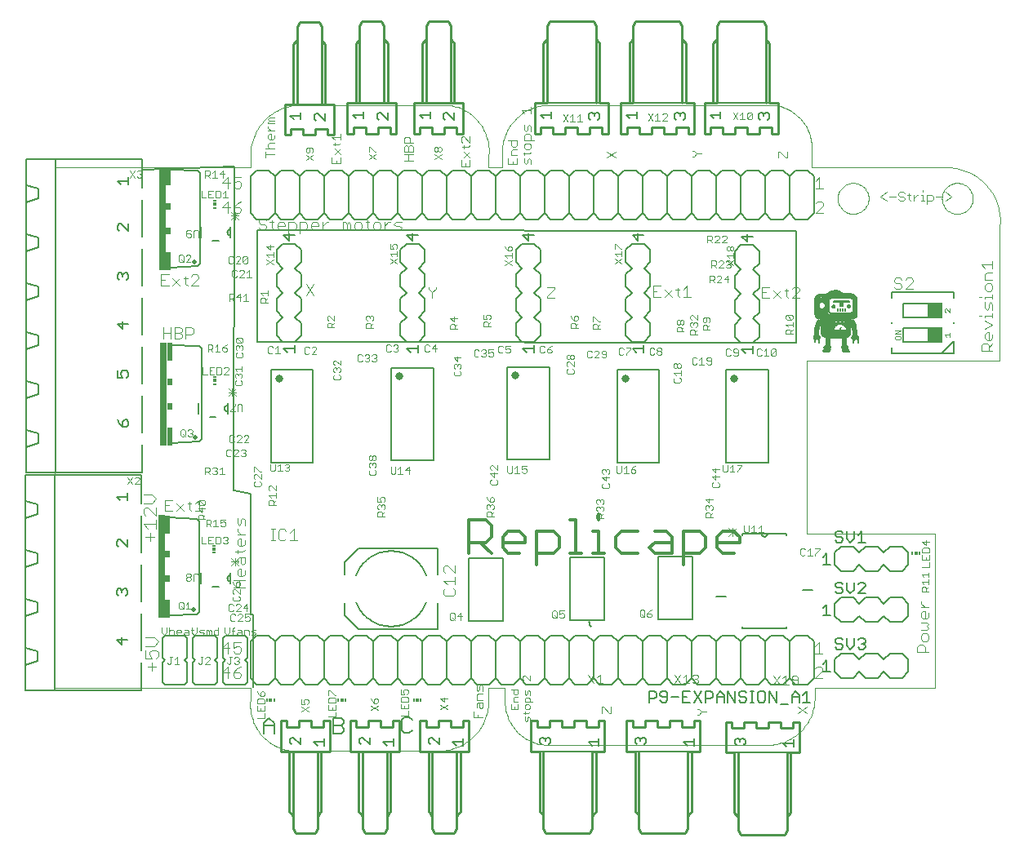
<source format=gto>
G75*
G70*
%OFA0B0*%
%FSLAX24Y24*%
%IPPOS*%
%LPD*%
%AMOC8*
5,1,8,0,0,1.08239X$1,22.5*
%
%ADD10C,0.0000*%
%ADD11C,0.0120*%
%ADD12C,0.0040*%
%ADD13C,0.0060*%
%ADD14C,0.0030*%
%ADD15C,0.0050*%
%ADD16C,0.0316*%
%ADD17R,0.0059X0.0118*%
%ADD18R,0.0118X0.0118*%
%ADD19C,0.0080*%
%ADD20R,0.0118X0.0059*%
%ADD21C,0.0200*%
%ADD22R,0.0300X0.4200*%
%ADD23R,0.0200X0.0750*%
%ADD24R,0.0200X0.0300*%
%ADD25C,0.0070*%
%ADD26C,0.0100*%
%ADD27R,0.1440X0.0080*%
%ADD28R,0.0060X0.0090*%
%ADD29R,0.0591X0.0591*%
%ADD30C,0.0020*%
D10*
X001342Y006134D02*
X009334Y006134D01*
X009334Y005623D01*
X009335Y005623D02*
X009329Y005534D01*
X009327Y005445D01*
X009329Y005355D01*
X009336Y005266D01*
X009346Y005177D01*
X009361Y005089D01*
X009380Y005002D01*
X009403Y004916D01*
X009431Y004830D01*
X009462Y004747D01*
X009497Y004665D01*
X009536Y004584D01*
X009579Y004506D01*
X009626Y004430D01*
X009676Y004356D01*
X009730Y004284D01*
X009787Y004215D01*
X009847Y004149D01*
X009910Y004086D01*
X009976Y004026D01*
X010045Y003969D01*
X010117Y003915D01*
X010191Y003865D01*
X010267Y003819D01*
X010346Y003776D01*
X010426Y003737D01*
X010508Y003702D01*
X010592Y003671D01*
X010677Y003644D01*
X010764Y003621D01*
X010851Y003602D01*
X010939Y003587D01*
X011028Y003576D01*
X011027Y003575D02*
X017051Y003575D01*
X017149Y003580D01*
X017246Y003588D01*
X017342Y003602D01*
X017438Y003620D01*
X017533Y003642D01*
X017627Y003669D01*
X017719Y003701D01*
X017810Y003737D01*
X017898Y003777D01*
X017985Y003821D01*
X018070Y003869D01*
X018152Y003922D01*
X018232Y003978D01*
X018309Y004038D01*
X018383Y004101D01*
X018454Y004168D01*
X018521Y004238D01*
X018585Y004312D01*
X018646Y004388D01*
X018703Y004467D01*
X018756Y004549D01*
X018805Y004633D01*
X018850Y004720D01*
X018891Y004808D01*
X018928Y004899D01*
X018960Y004991D01*
X018988Y005084D01*
X019011Y005179D01*
X019030Y005274D01*
X019044Y005371D01*
X019054Y005468D01*
X019059Y005565D01*
X019060Y005662D01*
X019059Y005662D02*
X019059Y006134D01*
X019728Y006134D01*
X019728Y005623D01*
X019727Y005540D01*
X019730Y005456D01*
X019737Y005373D01*
X019748Y005290D01*
X019763Y005208D01*
X019782Y005127D01*
X019805Y005047D01*
X019832Y004968D01*
X019862Y004890D01*
X019896Y004814D01*
X019933Y004739D01*
X019974Y004666D01*
X020019Y004596D01*
X020066Y004527D01*
X020117Y004461D01*
X020171Y004398D01*
X020228Y004337D01*
X020288Y004279D01*
X020351Y004223D01*
X020416Y004171D01*
X020483Y004122D01*
X020553Y004076D01*
X020625Y004034D01*
X020698Y003995D01*
X020774Y003959D01*
X020851Y003928D01*
X020930Y003900D01*
X021010Y003875D01*
X021090Y003855D01*
X021172Y003838D01*
X021255Y003826D01*
X021338Y003817D01*
X021421Y003812D01*
X030358Y003812D01*
X032366Y005662D02*
X032366Y006134D01*
X037287Y006134D01*
X037287Y012434D01*
X032051Y012434D01*
X032051Y019520D01*
X039925Y019520D01*
X039925Y025032D01*
X037563Y026134D02*
X037565Y026184D01*
X037571Y026234D01*
X037581Y026283D01*
X037595Y026331D01*
X037612Y026378D01*
X037633Y026423D01*
X037658Y026467D01*
X037686Y026508D01*
X037718Y026547D01*
X037752Y026584D01*
X037789Y026618D01*
X037829Y026648D01*
X037871Y026675D01*
X037915Y026699D01*
X037961Y026720D01*
X038008Y026736D01*
X038056Y026749D01*
X038106Y026758D01*
X038155Y026763D01*
X038206Y026764D01*
X038256Y026761D01*
X038305Y026754D01*
X038354Y026743D01*
X038402Y026728D01*
X038448Y026710D01*
X038493Y026688D01*
X038536Y026662D01*
X038577Y026633D01*
X038616Y026601D01*
X038652Y026566D01*
X038684Y026528D01*
X038714Y026488D01*
X038741Y026445D01*
X038764Y026401D01*
X038783Y026355D01*
X038799Y026307D01*
X038811Y026258D01*
X038819Y026209D01*
X038823Y026159D01*
X038823Y026109D01*
X038819Y026059D01*
X038811Y026010D01*
X038799Y025961D01*
X038783Y025913D01*
X038764Y025867D01*
X038741Y025823D01*
X038714Y025780D01*
X038684Y025740D01*
X038652Y025702D01*
X038616Y025667D01*
X038577Y025635D01*
X038536Y025606D01*
X038493Y025580D01*
X038448Y025558D01*
X038402Y025540D01*
X038354Y025525D01*
X038305Y025514D01*
X038256Y025507D01*
X038206Y025504D01*
X038155Y025505D01*
X038106Y025510D01*
X038056Y025519D01*
X038008Y025532D01*
X037961Y025548D01*
X037915Y025569D01*
X037871Y025593D01*
X037829Y025620D01*
X037789Y025650D01*
X037752Y025684D01*
X037718Y025721D01*
X037686Y025760D01*
X037658Y025801D01*
X037633Y025845D01*
X037612Y025890D01*
X037595Y025937D01*
X037581Y025985D01*
X037571Y026034D01*
X037565Y026084D01*
X037563Y026134D01*
X037957Y027394D02*
X038060Y027382D01*
X038162Y027366D01*
X038263Y027344D01*
X038363Y027318D01*
X038462Y027287D01*
X038559Y027251D01*
X038654Y027211D01*
X038747Y027166D01*
X038838Y027117D01*
X038927Y027063D01*
X039013Y027006D01*
X039096Y026944D01*
X039176Y026878D01*
X039253Y026809D01*
X039327Y026736D01*
X039397Y026660D01*
X039463Y026581D01*
X039525Y026498D01*
X039584Y026413D01*
X039638Y026325D01*
X039688Y026234D01*
X039733Y026141D01*
X039775Y026046D01*
X039811Y025949D01*
X039843Y025851D01*
X039870Y025751D01*
X039893Y025650D01*
X039910Y025548D01*
X039923Y025445D01*
X039931Y025342D01*
X039934Y025239D01*
X039932Y025135D01*
X039925Y025032D01*
X037957Y027394D02*
X032248Y027394D01*
X032248Y028142D01*
X032249Y028225D01*
X032246Y028309D01*
X032239Y028392D01*
X032228Y028475D01*
X032213Y028557D01*
X032194Y028638D01*
X032171Y028718D01*
X032144Y028797D01*
X032114Y028875D01*
X032080Y028951D01*
X032043Y029026D01*
X032002Y029099D01*
X031957Y029169D01*
X031910Y029238D01*
X031859Y029304D01*
X031805Y029367D01*
X031748Y029428D01*
X031688Y029486D01*
X031625Y029542D01*
X031560Y029594D01*
X031493Y029643D01*
X031423Y029689D01*
X031351Y029731D01*
X031278Y029770D01*
X031202Y029806D01*
X031125Y029837D01*
X031046Y029865D01*
X030966Y029890D01*
X030886Y029910D01*
X030804Y029927D01*
X030721Y029939D01*
X030638Y029948D01*
X030555Y029953D01*
X021618Y029953D01*
X021526Y029955D01*
X021434Y029952D01*
X021342Y029945D01*
X021251Y029933D01*
X021161Y029918D01*
X021071Y029897D01*
X020982Y029873D01*
X020895Y029844D01*
X020809Y029812D01*
X020725Y029775D01*
X020643Y029734D01*
X020562Y029690D01*
X020484Y029641D01*
X020408Y029589D01*
X020335Y029534D01*
X020265Y029475D01*
X020197Y029412D01*
X020132Y029347D01*
X020071Y029279D01*
X020013Y029207D01*
X019958Y029133D01*
X019907Y029057D01*
X019860Y028978D01*
X019817Y028897D01*
X019777Y028814D01*
X019741Y028729D01*
X019710Y028643D01*
X019683Y028555D01*
X019659Y028466D01*
X019640Y028377D01*
X019626Y028286D01*
X019616Y028194D01*
X019610Y028103D01*
X019610Y027394D01*
X019059Y027394D01*
X019059Y027906D01*
X019065Y027995D01*
X019067Y028084D01*
X019065Y028174D01*
X019058Y028263D01*
X019048Y028352D01*
X019033Y028440D01*
X019014Y028527D01*
X018991Y028613D01*
X018963Y028699D01*
X018932Y028782D01*
X018897Y028864D01*
X018858Y028945D01*
X018815Y029023D01*
X018768Y029099D01*
X018718Y029173D01*
X018664Y029245D01*
X018607Y029314D01*
X018547Y029380D01*
X018484Y029443D01*
X018418Y029503D01*
X018349Y029560D01*
X018277Y029614D01*
X018203Y029664D01*
X018127Y029710D01*
X018048Y029753D01*
X017968Y029792D01*
X017886Y029827D01*
X017802Y029858D01*
X017717Y029885D01*
X017630Y029908D01*
X017543Y029927D01*
X017455Y029942D01*
X017366Y029953D01*
X011342Y029953D01*
X011343Y029954D02*
X011245Y029949D01*
X011148Y029941D01*
X011052Y029927D01*
X010956Y029909D01*
X010861Y029887D01*
X010767Y029860D01*
X010675Y029828D01*
X010584Y029792D01*
X010496Y029752D01*
X010409Y029708D01*
X010324Y029660D01*
X010242Y029607D01*
X010162Y029551D01*
X010085Y029491D01*
X010011Y029428D01*
X009940Y029361D01*
X009873Y029291D01*
X009809Y029217D01*
X009748Y029141D01*
X009691Y029062D01*
X009638Y028980D01*
X009589Y028896D01*
X009544Y028809D01*
X009503Y028721D01*
X009466Y028630D01*
X009434Y028538D01*
X009406Y028445D01*
X009383Y028350D01*
X009364Y028255D01*
X009350Y028158D01*
X009340Y028061D01*
X009335Y027964D01*
X009334Y027867D01*
X009334Y027394D01*
X001342Y027394D01*
X001342Y006134D01*
X030358Y003812D02*
X030450Y003810D01*
X030542Y003813D01*
X030634Y003820D01*
X030725Y003832D01*
X030815Y003847D01*
X030905Y003868D01*
X030994Y003892D01*
X031081Y003921D01*
X031167Y003953D01*
X031251Y003990D01*
X031333Y004031D01*
X031414Y004075D01*
X031492Y004124D01*
X031568Y004176D01*
X031641Y004231D01*
X031711Y004290D01*
X031779Y004353D01*
X031844Y004418D01*
X031905Y004486D01*
X031963Y004558D01*
X032018Y004632D01*
X032069Y004708D01*
X032116Y004787D01*
X032159Y004868D01*
X032199Y004951D01*
X032235Y005036D01*
X032266Y005122D01*
X032293Y005210D01*
X032317Y005299D01*
X032336Y005388D01*
X032350Y005479D01*
X032360Y005571D01*
X032366Y005662D01*
X033311Y026134D02*
X033313Y026184D01*
X033319Y026234D01*
X033329Y026283D01*
X033343Y026331D01*
X033360Y026378D01*
X033381Y026423D01*
X033406Y026467D01*
X033434Y026508D01*
X033466Y026547D01*
X033500Y026584D01*
X033537Y026618D01*
X033577Y026648D01*
X033619Y026675D01*
X033663Y026699D01*
X033709Y026720D01*
X033756Y026736D01*
X033804Y026749D01*
X033854Y026758D01*
X033903Y026763D01*
X033954Y026764D01*
X034004Y026761D01*
X034053Y026754D01*
X034102Y026743D01*
X034150Y026728D01*
X034196Y026710D01*
X034241Y026688D01*
X034284Y026662D01*
X034325Y026633D01*
X034364Y026601D01*
X034400Y026566D01*
X034432Y026528D01*
X034462Y026488D01*
X034489Y026445D01*
X034512Y026401D01*
X034531Y026355D01*
X034547Y026307D01*
X034559Y026258D01*
X034567Y026209D01*
X034571Y026159D01*
X034571Y026109D01*
X034567Y026059D01*
X034559Y026010D01*
X034547Y025961D01*
X034531Y025913D01*
X034512Y025867D01*
X034489Y025823D01*
X034462Y025780D01*
X034432Y025740D01*
X034400Y025702D01*
X034364Y025667D01*
X034325Y025635D01*
X034284Y025606D01*
X034241Y025580D01*
X034196Y025558D01*
X034150Y025540D01*
X034102Y025525D01*
X034053Y025514D01*
X034004Y025507D01*
X033954Y025504D01*
X033903Y025505D01*
X033854Y025510D01*
X033804Y025519D01*
X033756Y025532D01*
X033709Y025548D01*
X033663Y025569D01*
X033619Y025593D01*
X033577Y025620D01*
X033537Y025650D01*
X033500Y025684D01*
X033466Y025721D01*
X033434Y025760D01*
X033406Y025801D01*
X033381Y025845D01*
X033360Y025890D01*
X033343Y025937D01*
X033329Y025985D01*
X033319Y026034D01*
X033313Y026084D01*
X033311Y026134D01*
D11*
X023547Y013239D02*
X023547Y013009D01*
X023547Y012548D02*
X023547Y011628D01*
X023317Y011628D02*
X023777Y011628D01*
X024238Y011858D02*
X024468Y011628D01*
X025158Y011628D01*
X025619Y011858D02*
X025849Y012088D01*
X026540Y012088D01*
X026540Y012318D02*
X026540Y011628D01*
X025849Y011628D01*
X025619Y011858D01*
X025849Y012548D02*
X026309Y012548D01*
X026540Y012318D01*
X027000Y012548D02*
X027691Y012548D01*
X027921Y012318D01*
X027921Y011858D01*
X027691Y011628D01*
X027000Y011628D01*
X027000Y011167D02*
X027000Y012548D01*
X028381Y012318D02*
X028381Y011858D01*
X028611Y011628D01*
X029072Y011628D01*
X029302Y012088D02*
X028381Y012088D01*
X028381Y012318D02*
X028611Y012548D01*
X029072Y012548D01*
X029302Y012318D01*
X029302Y012088D01*
X025158Y012548D02*
X024468Y012548D01*
X024238Y012318D01*
X024238Y011858D01*
X023547Y012548D02*
X023317Y012548D01*
X022626Y013009D02*
X022626Y011628D01*
X022396Y011628D02*
X022857Y011628D01*
X021936Y011858D02*
X021706Y011628D01*
X021015Y011628D01*
X021015Y011167D02*
X021015Y012548D01*
X021706Y012548D01*
X021936Y012318D01*
X021936Y011858D01*
X022396Y013009D02*
X022626Y013009D01*
X020555Y012318D02*
X020555Y012088D01*
X019634Y012088D01*
X019634Y012318D02*
X019864Y012548D01*
X020324Y012548D01*
X020555Y012318D01*
X020324Y011628D02*
X019864Y011628D01*
X019634Y011858D01*
X019634Y012318D01*
X019174Y012318D02*
X019174Y012779D01*
X018943Y013009D01*
X018253Y013009D01*
X018253Y011628D01*
X018253Y012088D02*
X018943Y012088D01*
X019174Y012318D01*
X018713Y012088D02*
X019174Y011628D01*
D12*
X017681Y011135D02*
X017681Y010828D01*
X017374Y011135D01*
X017297Y011135D01*
X017220Y011058D01*
X017220Y010905D01*
X017297Y010828D01*
X017220Y010521D02*
X017681Y010521D01*
X017681Y010368D02*
X017681Y010674D01*
X017374Y010368D02*
X017220Y010521D01*
X017297Y010214D02*
X017220Y010137D01*
X017220Y009984D01*
X017297Y009907D01*
X017604Y009907D01*
X017681Y009984D01*
X017681Y010137D01*
X017604Y010214D01*
X023110Y006685D02*
X023350Y006325D01*
X023478Y006325D02*
X023719Y006325D01*
X023598Y006325D02*
X023598Y006685D01*
X023478Y006565D01*
X023350Y006685D02*
X023110Y006325D01*
X026639Y006325D02*
X026880Y006685D01*
X027008Y006565D02*
X027128Y006685D01*
X027128Y006325D01*
X027008Y006325D02*
X027248Y006325D01*
X027376Y006385D02*
X027436Y006325D01*
X027556Y006325D01*
X027616Y006385D01*
X027616Y006445D01*
X027556Y006505D01*
X027496Y006505D01*
X027556Y006505D02*
X027616Y006565D01*
X027616Y006625D01*
X027556Y006685D01*
X027436Y006685D01*
X027376Y006625D01*
X026880Y006325D02*
X026639Y006685D01*
X030694Y006645D02*
X030935Y006285D01*
X031063Y006285D02*
X031303Y006285D01*
X031183Y006285D02*
X031183Y006645D01*
X031063Y006525D01*
X030935Y006645D02*
X030694Y006285D01*
X031431Y006345D02*
X031491Y006285D01*
X031611Y006285D01*
X031671Y006345D01*
X031671Y006585D01*
X031611Y006645D01*
X031491Y006645D01*
X031431Y006585D01*
X031431Y006525D01*
X031491Y006465D01*
X031671Y006465D01*
X032390Y006546D02*
X032697Y006853D01*
X032697Y006930D01*
X032620Y007007D01*
X032467Y007007D01*
X032390Y006930D01*
X032390Y006546D02*
X032697Y006546D01*
X032697Y007546D02*
X032390Y007546D01*
X032544Y007546D02*
X032544Y008007D01*
X032390Y007853D01*
X036559Y007821D02*
X036559Y007591D01*
X037019Y007591D01*
X036866Y007591D02*
X036866Y007821D01*
X036789Y007898D01*
X036636Y007898D01*
X036559Y007821D01*
X036789Y008051D02*
X036943Y008051D01*
X037019Y008128D01*
X037019Y008281D01*
X036943Y008358D01*
X036789Y008358D01*
X036712Y008281D01*
X036712Y008128D01*
X036789Y008051D01*
X036712Y008511D02*
X036943Y008511D01*
X037019Y008588D01*
X036943Y008665D01*
X037019Y008742D01*
X036943Y008818D01*
X036712Y008818D01*
X036789Y008972D02*
X036712Y009048D01*
X036712Y009202D01*
X036789Y009279D01*
X036866Y009279D01*
X036866Y008972D01*
X036943Y008972D02*
X036789Y008972D01*
X036943Y008972D02*
X037019Y009048D01*
X037019Y009202D01*
X037019Y009432D02*
X036712Y009432D01*
X036712Y009586D02*
X036712Y009662D01*
X036712Y009586D02*
X036866Y009432D01*
X039169Y019895D02*
X039169Y020125D01*
X039246Y020202D01*
X039399Y020202D01*
X039476Y020125D01*
X039476Y019895D01*
X039476Y020048D02*
X039629Y020202D01*
X039553Y020355D02*
X039399Y020355D01*
X039323Y020432D01*
X039323Y020585D01*
X039399Y020662D01*
X039476Y020662D01*
X039476Y020355D01*
X039553Y020355D02*
X039629Y020432D01*
X039629Y020585D01*
X039323Y020815D02*
X039629Y020969D01*
X039323Y021122D01*
X039323Y021276D02*
X039323Y021352D01*
X039629Y021352D01*
X039629Y021276D02*
X039629Y021429D01*
X039629Y021583D02*
X039629Y021813D01*
X039553Y021889D01*
X039476Y021813D01*
X039476Y021659D01*
X039399Y021583D01*
X039323Y021659D01*
X039323Y021889D01*
X039323Y022043D02*
X039323Y022120D01*
X039629Y022120D01*
X039629Y022196D02*
X039629Y022043D01*
X039553Y022350D02*
X039629Y022427D01*
X039629Y022580D01*
X039553Y022657D01*
X039399Y022657D01*
X039323Y022580D01*
X039323Y022427D01*
X039399Y022350D01*
X039553Y022350D01*
X039169Y022120D02*
X039092Y022120D01*
X039092Y021352D02*
X039169Y021352D01*
X039169Y019895D02*
X039629Y019895D01*
X036382Y022430D02*
X036075Y022430D01*
X036382Y022737D01*
X036382Y022814D01*
X036305Y022890D01*
X036151Y022890D01*
X036075Y022814D01*
X035921Y022814D02*
X035844Y022890D01*
X035691Y022890D01*
X035614Y022814D01*
X035614Y022737D01*
X035691Y022660D01*
X035844Y022660D01*
X035921Y022584D01*
X035921Y022507D01*
X035844Y022430D01*
X035691Y022430D01*
X035614Y022507D01*
X039169Y023424D02*
X039629Y023424D01*
X039629Y023271D02*
X039629Y023577D01*
X039323Y023271D02*
X039169Y023424D01*
X039399Y023117D02*
X039629Y023117D01*
X039399Y023117D02*
X039323Y023040D01*
X039323Y022810D01*
X039629Y022810D01*
X032713Y025546D02*
X032406Y025546D01*
X032713Y025853D01*
X032713Y025930D01*
X032636Y026007D01*
X032483Y026007D01*
X032406Y025930D01*
X032406Y026546D02*
X032713Y026546D01*
X032559Y026546D02*
X032559Y027007D01*
X032406Y026853D01*
X031678Y022520D02*
X031525Y022520D01*
X031448Y022444D01*
X031295Y022367D02*
X031141Y022367D01*
X031218Y022444D02*
X031218Y022137D01*
X031295Y022060D01*
X031448Y022060D02*
X031755Y022367D01*
X031755Y022444D01*
X031678Y022520D01*
X031755Y022060D02*
X031448Y022060D01*
X030988Y022060D02*
X030681Y022367D01*
X030528Y022520D02*
X030221Y022520D01*
X030221Y022060D01*
X030528Y022060D01*
X030681Y022060D02*
X030988Y022367D01*
X030374Y022290D02*
X030221Y022290D01*
X027306Y022099D02*
X026999Y022099D01*
X026846Y022099D02*
X026769Y022176D01*
X026769Y022483D01*
X026693Y022406D02*
X026846Y022406D01*
X026999Y022406D02*
X027153Y022560D01*
X027153Y022099D01*
X026539Y022099D02*
X026232Y022406D01*
X026079Y022560D02*
X025772Y022560D01*
X025772Y022099D01*
X026079Y022099D01*
X026232Y022099D02*
X026539Y022406D01*
X025925Y022330D02*
X025772Y022330D01*
X021748Y022444D02*
X021441Y022137D01*
X021441Y022060D01*
X021748Y022060D01*
X021748Y022444D02*
X021748Y022520D01*
X021441Y022520D01*
X016905Y022444D02*
X016905Y022520D01*
X016905Y022444D02*
X016752Y022290D01*
X016752Y022060D01*
X016752Y022290D02*
X016599Y022444D01*
X016599Y022520D01*
X015424Y024855D02*
X015194Y024855D01*
X015270Y025009D02*
X015194Y025085D01*
X015270Y025162D01*
X015501Y025162D01*
X015424Y025009D02*
X015270Y025009D01*
X015424Y025009D02*
X015501Y024932D01*
X015424Y024855D01*
X015040Y025162D02*
X014963Y025162D01*
X014810Y025009D01*
X014810Y025162D02*
X014810Y024855D01*
X014657Y024932D02*
X014657Y025085D01*
X014580Y025162D01*
X014426Y025162D01*
X014350Y025085D01*
X014350Y024932D01*
X014426Y024855D01*
X014580Y024855D01*
X014657Y024932D01*
X014196Y024855D02*
X014119Y024932D01*
X014119Y025239D01*
X014043Y025162D02*
X014196Y025162D01*
X013889Y025085D02*
X013813Y025162D01*
X013659Y025162D01*
X013582Y025085D01*
X013582Y024932D01*
X013659Y024855D01*
X013813Y024855D01*
X013889Y024932D01*
X013889Y025085D01*
X013429Y025085D02*
X013352Y025162D01*
X013276Y025085D01*
X013276Y024855D01*
X013429Y024855D02*
X013429Y025085D01*
X013276Y025085D02*
X013199Y025162D01*
X013122Y025162D01*
X013122Y024855D01*
X012508Y025162D02*
X012432Y025162D01*
X012278Y025009D01*
X012278Y025162D02*
X012278Y024855D01*
X012125Y025009D02*
X011818Y025009D01*
X011818Y025085D02*
X011894Y025162D01*
X012048Y025162D01*
X012125Y025085D01*
X012125Y025009D01*
X012048Y024855D02*
X011894Y024855D01*
X011818Y024932D01*
X011818Y025085D01*
X011664Y025085D02*
X011664Y024932D01*
X011588Y024855D01*
X011357Y024855D01*
X011357Y024702D02*
X011357Y025162D01*
X011588Y025162D01*
X011664Y025085D01*
X011204Y025085D02*
X011204Y024932D01*
X011127Y024855D01*
X010897Y024855D01*
X010897Y024702D02*
X010897Y025162D01*
X011127Y025162D01*
X011204Y025085D01*
X010744Y025085D02*
X010667Y025162D01*
X010513Y025162D01*
X010437Y025085D01*
X010437Y024932D01*
X010513Y024855D01*
X010667Y024855D01*
X010744Y025009D02*
X010437Y025009D01*
X010283Y025162D02*
X010130Y025162D01*
X010206Y025239D02*
X010206Y024932D01*
X010283Y024855D01*
X009976Y024932D02*
X009900Y024855D01*
X009746Y024855D01*
X009669Y024932D01*
X009746Y025085D02*
X009900Y025085D01*
X009976Y025009D01*
X009976Y024932D01*
X009746Y025085D02*
X009669Y025162D01*
X009669Y025239D01*
X009746Y025316D01*
X009900Y025316D01*
X009976Y025239D01*
X010744Y025085D02*
X010744Y025009D01*
X008963Y025623D02*
X008963Y025700D01*
X008886Y025776D01*
X008656Y025776D01*
X008656Y025623D01*
X008733Y025546D01*
X008886Y025546D01*
X008963Y025623D01*
X008809Y025930D02*
X008656Y025776D01*
X008502Y025776D02*
X008196Y025776D01*
X008426Y026007D01*
X008426Y025546D01*
X008809Y025930D02*
X008963Y026007D01*
X008886Y026546D02*
X008733Y026546D01*
X008656Y026623D01*
X008656Y026776D02*
X008809Y026853D01*
X008886Y026853D01*
X008963Y026776D01*
X008963Y026623D01*
X008886Y026546D01*
X008656Y026776D02*
X008656Y027007D01*
X008963Y027007D01*
X008502Y026776D02*
X008196Y026776D01*
X008426Y027007D01*
X008426Y026546D01*
X007151Y023032D02*
X006997Y023032D01*
X006921Y022955D01*
X006767Y022879D02*
X006614Y022879D01*
X006690Y022955D02*
X006690Y022649D01*
X006767Y022572D01*
X006921Y022572D02*
X007228Y022879D01*
X007228Y022955D01*
X007151Y023032D01*
X007228Y022572D02*
X006921Y022572D01*
X006460Y022572D02*
X006153Y022879D01*
X006000Y023032D02*
X005693Y023032D01*
X005693Y022572D01*
X006000Y022572D01*
X006153Y022572D02*
X006460Y022879D01*
X005846Y022802D02*
X005693Y022802D01*
X005772Y020867D02*
X005772Y020406D01*
X005772Y020637D02*
X006079Y020637D01*
X006232Y020637D02*
X006462Y020637D01*
X006539Y020560D01*
X006539Y020483D01*
X006462Y020406D01*
X006232Y020406D01*
X006232Y020867D01*
X006462Y020867D01*
X006539Y020790D01*
X006539Y020713D01*
X006462Y020637D01*
X006693Y020560D02*
X006923Y020560D01*
X006999Y020637D01*
X006999Y020790D01*
X006923Y020867D01*
X006693Y020867D01*
X006693Y020406D01*
X006079Y020406D02*
X006079Y020867D01*
X011599Y022178D02*
X011905Y022638D01*
X011599Y022638D02*
X011905Y022178D01*
X007232Y013820D02*
X007232Y013359D01*
X007385Y013359D02*
X007078Y013359D01*
X006925Y013359D02*
X006848Y013436D01*
X006848Y013743D01*
X006771Y013666D02*
X006925Y013666D01*
X007078Y013666D02*
X007232Y013820D01*
X006618Y013666D02*
X006311Y013359D01*
X006157Y013359D02*
X005851Y013359D01*
X005851Y013820D01*
X006157Y013820D01*
X006311Y013666D02*
X006618Y013359D01*
X006004Y013589D02*
X005851Y013589D01*
X005496Y013517D02*
X005496Y013170D01*
X005149Y013517D01*
X005062Y013517D01*
X004975Y013430D01*
X004975Y013257D01*
X005062Y013170D01*
X004975Y012828D02*
X005496Y012828D01*
X005496Y013001D02*
X005496Y012654D01*
X005235Y012486D02*
X005235Y012139D01*
X005062Y012312D02*
X005409Y012312D01*
X005149Y012654D02*
X004975Y012828D01*
X004975Y013686D02*
X005322Y013686D01*
X005496Y013859D01*
X005322Y014033D01*
X004975Y014033D01*
X008799Y013087D02*
X008799Y012857D01*
X008876Y012781D01*
X008952Y012857D01*
X008952Y013011D01*
X009029Y013087D01*
X009106Y013011D01*
X009106Y012781D01*
X008799Y012627D02*
X008799Y012550D01*
X008952Y012397D01*
X008799Y012397D02*
X009106Y012397D01*
X008952Y012243D02*
X008952Y011937D01*
X008876Y011937D02*
X008799Y012013D01*
X008799Y012167D01*
X008876Y012243D01*
X008952Y012243D01*
X009106Y012167D02*
X009106Y012013D01*
X009029Y011937D01*
X008876Y011937D01*
X008799Y011783D02*
X008799Y011630D01*
X008722Y011706D02*
X009029Y011706D01*
X009106Y011783D01*
X009106Y011476D02*
X009106Y011246D01*
X009029Y011169D01*
X008952Y011246D01*
X008952Y011476D01*
X008876Y011476D02*
X009106Y011476D01*
X008876Y011476D02*
X008799Y011399D01*
X008799Y011246D01*
X008876Y011016D02*
X008799Y010939D01*
X008799Y010786D01*
X008876Y010709D01*
X009029Y010709D01*
X009106Y010786D01*
X009106Y010939D01*
X008952Y011016D02*
X008952Y010709D01*
X008876Y010555D02*
X008876Y010249D01*
X009106Y010249D02*
X008645Y010249D01*
X008645Y010555D02*
X009106Y010555D01*
X008952Y011016D02*
X008876Y011016D01*
X010179Y012167D02*
X010333Y012167D01*
X010256Y012167D02*
X010256Y012627D01*
X010179Y012627D02*
X010333Y012627D01*
X010486Y012551D02*
X010486Y012244D01*
X010563Y012167D01*
X010716Y012167D01*
X010793Y012244D01*
X010947Y012167D02*
X011253Y012167D01*
X011100Y012167D02*
X011100Y012627D01*
X010947Y012474D01*
X010793Y012551D02*
X010716Y012627D01*
X010563Y012627D01*
X010486Y012551D01*
X005574Y008029D02*
X005401Y008202D01*
X005054Y008202D01*
X005054Y007855D02*
X005401Y007855D01*
X005574Y008029D01*
X005488Y007686D02*
X005574Y007600D01*
X005574Y007426D01*
X005488Y007339D01*
X005314Y007339D02*
X005227Y007513D01*
X005227Y007600D01*
X005314Y007686D01*
X005488Y007686D01*
X005314Y007339D02*
X005054Y007339D01*
X005054Y007686D01*
X005314Y007171D02*
X005314Y006824D01*
X005141Y006997D02*
X005488Y006997D01*
X008180Y006776D02*
X008487Y006776D01*
X008640Y006776D02*
X008870Y006776D01*
X008947Y006700D01*
X008947Y006623D01*
X008870Y006546D01*
X008717Y006546D01*
X008640Y006623D01*
X008640Y006776D01*
X008794Y006930D01*
X008947Y007007D01*
X008410Y007007D02*
X008410Y006546D01*
X008180Y006776D02*
X008410Y007007D01*
X008410Y007546D02*
X008410Y008007D01*
X008180Y007776D01*
X008487Y007776D01*
X008640Y007776D02*
X008794Y007853D01*
X008870Y007853D01*
X008947Y007776D01*
X008947Y007623D01*
X008870Y007546D01*
X008717Y007546D01*
X008640Y007623D01*
X008640Y007776D02*
X008640Y008007D01*
X008947Y008007D01*
D13*
X000140Y007076D02*
X000140Y006026D01*
X001340Y006026D01*
X004890Y006026D01*
X004890Y007176D01*
X004890Y007676D02*
X004890Y009176D01*
X004890Y009676D02*
X004890Y011176D01*
X004890Y011676D02*
X004890Y013176D01*
X004890Y013676D02*
X004890Y014826D01*
X001340Y014826D01*
X000140Y014826D01*
X000140Y013776D01*
X000140Y013076D01*
X000140Y011776D01*
X000140Y011076D01*
X000140Y009776D01*
X000640Y009626D01*
X000640Y009226D01*
X000140Y009076D01*
X000140Y007776D01*
X000640Y007626D01*
X000640Y007226D01*
X000140Y007076D01*
X000140Y007776D01*
X000140Y009076D02*
X000140Y009776D01*
X000140Y011076D02*
X000640Y011226D01*
X000640Y011626D01*
X000140Y011776D01*
X000140Y013076D02*
X000640Y013226D01*
X000640Y013626D01*
X000140Y013776D01*
X000180Y014931D02*
X000180Y015981D01*
X000680Y016131D01*
X000680Y016531D01*
X000180Y016681D01*
X000180Y015981D01*
X000180Y016681D02*
X000180Y017981D01*
X000680Y018131D01*
X000680Y018531D01*
X000180Y018681D01*
X000180Y017981D01*
X000180Y018681D02*
X000180Y019981D01*
X000680Y020131D01*
X000680Y020531D01*
X000180Y020681D01*
X000180Y019981D01*
X000180Y020681D02*
X000180Y021981D01*
X000680Y022131D01*
X000680Y022531D01*
X000180Y022681D01*
X000180Y021981D01*
X000180Y022681D02*
X000180Y023981D01*
X000180Y024681D01*
X000680Y024531D01*
X000680Y024131D01*
X000180Y023981D01*
X000180Y024681D02*
X000180Y025981D01*
X000180Y026681D01*
X000680Y026531D01*
X000680Y026131D01*
X000180Y025981D01*
X000180Y026681D02*
X000180Y027731D01*
X001380Y027731D01*
X001380Y014931D01*
X000180Y014931D01*
X001340Y014826D02*
X001340Y006026D01*
X005764Y006376D02*
X005864Y006276D01*
X006664Y006276D01*
X006764Y006376D01*
X006764Y007176D01*
X006664Y007276D01*
X006764Y007376D01*
X006764Y008176D01*
X006664Y008276D01*
X005864Y008276D01*
X005764Y008176D01*
X005764Y007376D01*
X005864Y007276D01*
X005764Y007176D01*
X005764Y006376D01*
X006984Y006376D02*
X007084Y006276D01*
X007884Y006276D01*
X007984Y006376D01*
X007984Y007176D01*
X007884Y007276D01*
X007984Y007376D01*
X007984Y008176D01*
X007884Y008276D01*
X007084Y008276D01*
X006984Y008176D01*
X006984Y007376D01*
X007084Y007276D01*
X006984Y007176D01*
X006984Y006376D01*
X008205Y006376D02*
X008305Y006276D01*
X009105Y006276D01*
X009205Y006376D01*
X009205Y007176D01*
X009105Y007276D01*
X009205Y007376D01*
X009205Y008176D01*
X009105Y008276D01*
X008305Y008276D01*
X008205Y008176D01*
X008205Y007376D01*
X008305Y007276D01*
X008205Y007176D01*
X008205Y006376D01*
X009331Y006526D02*
X009581Y006276D01*
X010081Y006276D01*
X010331Y006526D01*
X010581Y006276D01*
X011081Y006276D01*
X011331Y006526D01*
X011581Y006276D01*
X012081Y006276D01*
X012331Y006526D01*
X012331Y008026D01*
X012081Y008276D01*
X011581Y008276D01*
X011331Y008026D01*
X011081Y008276D01*
X010581Y008276D01*
X010331Y008026D01*
X010081Y008276D01*
X009581Y008276D01*
X009331Y008026D01*
X009331Y006526D01*
X009453Y006174D02*
X009453Y009127D01*
X009334Y009127D01*
X009334Y014087D01*
X008642Y014205D01*
X008665Y027442D01*
X004964Y027316D01*
X004930Y027731D02*
X004930Y026581D01*
X004930Y026081D02*
X004930Y024581D01*
X004930Y024081D02*
X004930Y022581D01*
X004930Y022081D02*
X004930Y020581D01*
X004930Y020081D02*
X004930Y018581D01*
X004930Y018081D02*
X004930Y016581D01*
X004930Y016081D02*
X004930Y014931D01*
X001380Y014931D01*
X006005Y013095D02*
X007155Y013045D01*
X007255Y012945D01*
X007255Y009245D01*
X007155Y009145D01*
X006005Y009095D01*
X007317Y010413D02*
X007317Y010833D01*
X007787Y010283D02*
X008047Y010283D01*
X008517Y010413D02*
X008517Y010503D01*
X008517Y010743D01*
X008517Y010833D01*
X008517Y010743D02*
X008496Y010741D01*
X008476Y010736D01*
X008457Y010727D01*
X008440Y010715D01*
X008425Y010700D01*
X008413Y010683D01*
X008404Y010664D01*
X008399Y010644D01*
X008397Y010623D01*
X008399Y010602D01*
X008404Y010582D01*
X008413Y010563D01*
X008425Y010546D01*
X008440Y010531D01*
X008457Y010519D01*
X008476Y010510D01*
X008496Y010505D01*
X008517Y010503D01*
X010331Y008026D02*
X010331Y006526D01*
X011331Y006526D02*
X011331Y008026D01*
X012331Y008026D02*
X012581Y008276D01*
X013081Y008276D01*
X013331Y008026D01*
X013331Y006526D01*
X013081Y006276D01*
X012581Y006276D01*
X012331Y006526D01*
X013331Y006526D02*
X013581Y006276D01*
X014081Y006276D01*
X014331Y006526D01*
X014331Y008026D01*
X014581Y008276D01*
X015081Y008276D01*
X015331Y008026D01*
X015331Y006526D01*
X015081Y006276D01*
X014581Y006276D01*
X014331Y006526D01*
X015331Y006526D02*
X015581Y006276D01*
X016081Y006276D01*
X016331Y006526D01*
X016331Y008026D01*
X016581Y008276D01*
X017081Y008276D01*
X017331Y008026D01*
X017331Y006526D01*
X017081Y006276D01*
X016581Y006276D01*
X016331Y006526D01*
X017331Y006526D02*
X017581Y006276D01*
X018081Y006276D01*
X018331Y006526D01*
X018331Y008026D01*
X018581Y008276D01*
X019081Y008276D01*
X019331Y008026D01*
X019331Y006526D01*
X019081Y006276D01*
X018581Y006276D01*
X018331Y006526D01*
X019331Y006526D02*
X019581Y006276D01*
X020081Y006276D01*
X020331Y006526D01*
X020331Y008026D01*
X020581Y008276D01*
X021081Y008276D01*
X021331Y008026D01*
X021331Y006526D01*
X021081Y006276D01*
X020581Y006276D01*
X020331Y006526D01*
X021331Y006526D02*
X021581Y006276D01*
X022081Y006276D01*
X022331Y006526D01*
X022331Y008026D01*
X022581Y008276D01*
X023081Y008276D01*
X023331Y008026D01*
X023331Y006526D01*
X023081Y006276D01*
X022581Y006276D01*
X022331Y006526D01*
X023331Y006526D02*
X023581Y006276D01*
X024081Y006276D01*
X024331Y006526D01*
X024331Y008026D01*
X024581Y008276D01*
X025081Y008276D01*
X025331Y008026D01*
X025331Y006526D01*
X025081Y006276D01*
X024581Y006276D01*
X024331Y006526D01*
X025331Y006526D02*
X025581Y006276D01*
X026081Y006276D01*
X026331Y006526D01*
X026331Y008026D01*
X026081Y008276D01*
X025581Y008276D01*
X025331Y008026D01*
X026331Y008026D02*
X026581Y008276D01*
X027081Y008276D01*
X027331Y008026D01*
X027331Y006526D01*
X027081Y006276D01*
X026581Y006276D01*
X026331Y006526D01*
X027331Y006526D02*
X027581Y006276D01*
X028081Y006276D01*
X028331Y006526D01*
X028331Y008026D01*
X028081Y008276D01*
X027581Y008276D01*
X027331Y008026D01*
X028331Y008026D02*
X028581Y008276D01*
X029081Y008276D01*
X029331Y008026D01*
X029331Y006526D01*
X029081Y006276D01*
X028581Y006276D01*
X028331Y006526D01*
X029331Y006526D02*
X029581Y006276D01*
X030081Y006276D01*
X030331Y006526D01*
X030331Y008026D01*
X030081Y008276D01*
X029581Y008276D01*
X029331Y008026D01*
X029429Y008575D02*
X031209Y008575D01*
X031209Y008645D01*
X031081Y008276D02*
X030581Y008276D01*
X030331Y008026D01*
X031081Y008276D02*
X031331Y008026D01*
X031331Y006526D01*
X031081Y006276D01*
X030581Y006276D01*
X030331Y006526D01*
X031331Y006526D02*
X031581Y006276D01*
X032081Y006276D01*
X032331Y006526D01*
X032331Y008026D01*
X032081Y008276D01*
X031581Y008276D01*
X031331Y008026D01*
X033189Y007290D02*
X033189Y006790D01*
X033439Y006540D01*
X033939Y006540D01*
X034189Y006790D01*
X034439Y006540D01*
X034939Y006540D01*
X035189Y006790D01*
X035439Y006540D01*
X035939Y006540D01*
X036189Y006790D01*
X036189Y007290D01*
X035939Y007540D01*
X035439Y007540D01*
X035189Y007290D01*
X034939Y007540D01*
X034439Y007540D01*
X034189Y007290D01*
X033939Y007540D01*
X033439Y007540D01*
X033189Y007290D01*
X033439Y008823D02*
X033939Y008823D01*
X034189Y009073D01*
X034439Y008823D01*
X034939Y008823D01*
X035189Y009073D01*
X035439Y008823D01*
X035939Y008823D01*
X036189Y009073D01*
X036189Y009573D01*
X035939Y009823D01*
X035439Y009823D01*
X035189Y009573D01*
X034939Y009823D01*
X034439Y009823D01*
X034189Y009573D01*
X033939Y009823D01*
X033439Y009823D01*
X033189Y009573D01*
X033189Y009073D01*
X033439Y008823D01*
X032289Y010125D02*
X031889Y010125D01*
X033189Y011160D02*
X033439Y010910D01*
X033939Y010910D01*
X034189Y011160D01*
X034439Y010910D01*
X034939Y010910D01*
X035189Y011160D01*
X035439Y010910D01*
X035939Y010910D01*
X036189Y011160D01*
X036189Y011660D01*
X035939Y011910D01*
X035439Y011910D01*
X035189Y011660D01*
X034939Y011910D01*
X034439Y011910D01*
X034189Y011660D01*
X033939Y011910D01*
X033439Y011910D01*
X033189Y011660D01*
X033189Y011160D01*
X031209Y012365D02*
X031209Y012435D01*
X030439Y012435D01*
X030199Y012435D01*
X029429Y012435D01*
X029429Y012365D01*
X030199Y012435D02*
X030201Y012414D01*
X030206Y012394D01*
X030215Y012375D01*
X030227Y012358D01*
X030242Y012343D01*
X030259Y012331D01*
X030278Y012322D01*
X030298Y012317D01*
X030319Y012315D01*
X030340Y012317D01*
X030360Y012322D01*
X030379Y012331D01*
X030396Y012343D01*
X030411Y012358D01*
X030423Y012375D01*
X030432Y012394D01*
X030437Y012414D01*
X030439Y012435D01*
X030469Y015351D02*
X028751Y015351D01*
X028751Y019123D01*
X030469Y019123D01*
X030469Y015351D01*
X026021Y015351D02*
X026021Y019123D01*
X024302Y019123D01*
X024302Y015351D01*
X026021Y015351D01*
X021532Y015469D02*
X021532Y019241D01*
X019814Y019241D01*
X019814Y015469D01*
X021532Y015469D01*
X016808Y015430D02*
X016808Y019201D01*
X015089Y019201D01*
X015089Y015430D01*
X016808Y015430D01*
X011887Y015351D02*
X011887Y019123D01*
X010168Y019123D01*
X010168Y015351D01*
X011887Y015351D01*
X008399Y017342D02*
X008399Y017432D01*
X008399Y017672D01*
X008399Y017762D01*
X008399Y017672D02*
X008378Y017670D01*
X008358Y017665D01*
X008339Y017656D01*
X008322Y017644D01*
X008307Y017629D01*
X008295Y017612D01*
X008286Y017593D01*
X008281Y017573D01*
X008279Y017552D01*
X008281Y017531D01*
X008286Y017511D01*
X008295Y017492D01*
X008307Y017475D01*
X008322Y017460D01*
X008339Y017448D01*
X008358Y017439D01*
X008378Y017434D01*
X008399Y017432D01*
X007929Y017212D02*
X007669Y017212D01*
X007199Y017342D02*
X007199Y017762D01*
X007334Y016292D02*
X007234Y016192D01*
X006084Y016142D01*
X007334Y016292D02*
X007334Y019992D01*
X007234Y020092D01*
X006084Y020142D01*
X009610Y020268D02*
X031618Y020229D01*
X031618Y024796D01*
X009610Y024835D01*
X009610Y020268D01*
X010409Y020526D02*
X010409Y021026D01*
X010659Y021276D01*
X010409Y021526D01*
X010409Y022026D01*
X010659Y022276D01*
X010409Y022526D01*
X010409Y023026D01*
X010659Y023276D01*
X010409Y023526D01*
X010409Y024026D01*
X010659Y024276D01*
X011159Y024276D01*
X011409Y024026D01*
X011409Y023526D01*
X011159Y023276D01*
X011409Y023026D01*
X011409Y022526D01*
X011159Y022276D01*
X011409Y022026D01*
X011409Y021526D01*
X011159Y021276D01*
X011409Y021026D01*
X011409Y020526D01*
X011159Y020276D01*
X010659Y020276D01*
X010409Y020526D01*
X007294Y023458D02*
X007194Y023358D01*
X006044Y023308D01*
X007294Y023458D02*
X007294Y027158D01*
X007194Y027258D01*
X006044Y027308D01*
X004930Y027731D02*
X001380Y027731D01*
X007317Y024967D02*
X007317Y024547D01*
X007787Y024417D02*
X008047Y024417D01*
X008517Y024547D02*
X008517Y024637D01*
X008517Y024877D01*
X008517Y024967D01*
X008517Y024877D02*
X008496Y024875D01*
X008476Y024870D01*
X008457Y024861D01*
X008440Y024849D01*
X008425Y024834D01*
X008413Y024817D01*
X008404Y024798D01*
X008399Y024778D01*
X008397Y024757D01*
X008399Y024736D01*
X008404Y024716D01*
X008413Y024697D01*
X008425Y024680D01*
X008440Y024665D01*
X008457Y024653D01*
X008476Y024644D01*
X008496Y024639D01*
X008517Y024637D01*
X009346Y025526D02*
X009596Y025276D01*
X010096Y025276D01*
X010346Y025526D01*
X010596Y025276D01*
X011096Y025276D01*
X011346Y025526D01*
X011596Y025276D01*
X012096Y025276D01*
X012346Y025526D01*
X012346Y027026D01*
X012096Y027276D01*
X011596Y027276D01*
X011346Y027026D01*
X011096Y027276D01*
X010596Y027276D01*
X010346Y027026D01*
X010096Y027276D01*
X009596Y027276D01*
X009346Y027026D01*
X009346Y025526D01*
X010346Y025526D02*
X010346Y027026D01*
X011346Y027026D02*
X011346Y025526D01*
X012346Y025526D02*
X012596Y025276D01*
X013096Y025276D01*
X013346Y025526D01*
X013346Y027026D01*
X013096Y027276D01*
X012596Y027276D01*
X012346Y027026D01*
X013346Y027026D02*
X013596Y027276D01*
X014096Y027276D01*
X014346Y027026D01*
X014346Y025526D01*
X014096Y025276D01*
X013596Y025276D01*
X013346Y025526D01*
X014346Y025526D02*
X014596Y025276D01*
X015096Y025276D01*
X015346Y025526D01*
X015346Y027026D01*
X015596Y027276D01*
X016096Y027276D01*
X016346Y027026D01*
X016346Y025526D01*
X016096Y025276D01*
X015596Y025276D01*
X015346Y025526D01*
X016346Y025526D02*
X016596Y025276D01*
X017096Y025276D01*
X017346Y025526D01*
X017346Y027026D01*
X017596Y027276D01*
X018096Y027276D01*
X018346Y027026D01*
X018346Y025526D01*
X018096Y025276D01*
X017596Y025276D01*
X017346Y025526D01*
X018346Y025526D02*
X018596Y025276D01*
X019096Y025276D01*
X019346Y025526D01*
X019346Y027026D01*
X019596Y027276D01*
X020096Y027276D01*
X020346Y027026D01*
X020346Y025526D01*
X020096Y025276D01*
X019596Y025276D01*
X019346Y025526D01*
X020346Y025526D02*
X020596Y025276D01*
X021096Y025276D01*
X021346Y025526D01*
X021346Y027026D01*
X021596Y027276D01*
X022096Y027276D01*
X022346Y027026D01*
X022346Y025526D01*
X022096Y025276D01*
X021596Y025276D01*
X021346Y025526D01*
X022346Y025526D02*
X022596Y025276D01*
X023096Y025276D01*
X023346Y025526D01*
X023346Y027026D01*
X023596Y027276D01*
X024096Y027276D01*
X024346Y027026D01*
X024346Y025526D01*
X024096Y025276D01*
X023596Y025276D01*
X023346Y025526D01*
X024346Y025526D02*
X024596Y025276D01*
X025096Y025276D01*
X025346Y025526D01*
X025346Y027026D01*
X025596Y027276D01*
X026096Y027276D01*
X026346Y027026D01*
X026346Y025526D01*
X026096Y025276D01*
X025596Y025276D01*
X025346Y025526D01*
X026346Y025526D02*
X026596Y025276D01*
X027096Y025276D01*
X027346Y025526D01*
X027346Y027026D01*
X027096Y027276D01*
X026596Y027276D01*
X026346Y027026D01*
X025346Y027026D02*
X025096Y027276D01*
X024596Y027276D01*
X024346Y027026D01*
X023346Y027026D02*
X023096Y027276D01*
X022596Y027276D01*
X022346Y027026D01*
X021346Y027026D02*
X021096Y027276D01*
X020596Y027276D01*
X020346Y027026D01*
X019346Y027026D02*
X019096Y027276D01*
X018596Y027276D01*
X018346Y027026D01*
X017346Y027026D02*
X017096Y027276D01*
X016596Y027276D01*
X016346Y027026D01*
X015346Y027026D02*
X015096Y027276D01*
X014596Y027276D01*
X014346Y027026D01*
X015699Y024276D02*
X016199Y024276D01*
X016449Y024026D01*
X016449Y023526D01*
X016199Y023276D01*
X016449Y023026D01*
X016449Y022526D01*
X016199Y022276D01*
X016449Y022026D01*
X016449Y021526D01*
X016199Y021276D01*
X016449Y021026D01*
X016449Y020526D01*
X016199Y020276D01*
X015699Y020276D01*
X015449Y020526D01*
X015449Y021026D01*
X015699Y021276D01*
X015449Y021526D01*
X015449Y022026D01*
X015699Y022276D01*
X015449Y022526D01*
X015449Y023026D01*
X015699Y023276D01*
X015449Y023526D01*
X015449Y024026D01*
X015699Y024276D01*
X020173Y024026D02*
X020173Y023526D01*
X020423Y023276D01*
X020173Y023026D01*
X020173Y022526D01*
X020423Y022276D01*
X020173Y022026D01*
X020173Y021526D01*
X020423Y021276D01*
X020173Y021026D01*
X020173Y020526D01*
X020423Y020276D01*
X020923Y020276D01*
X021173Y020526D01*
X021173Y021026D01*
X020923Y021276D01*
X021173Y021526D01*
X021173Y022026D01*
X020923Y022276D01*
X021173Y022526D01*
X021173Y023026D01*
X020923Y023276D01*
X021173Y023526D01*
X021173Y024026D01*
X020923Y024276D01*
X020423Y024276D01*
X020173Y024026D01*
X024661Y024026D02*
X024661Y023526D01*
X024911Y023276D01*
X024661Y023026D01*
X024661Y022526D01*
X024911Y022276D01*
X024661Y022026D01*
X024661Y021526D01*
X024911Y021276D01*
X024661Y021026D01*
X024661Y020526D01*
X024911Y020276D01*
X025411Y020276D01*
X025661Y020526D01*
X025661Y021026D01*
X025411Y021276D01*
X025661Y021526D01*
X025661Y022026D01*
X025411Y022276D01*
X025661Y022526D01*
X025661Y023026D01*
X025411Y023276D01*
X025661Y023526D01*
X025661Y024026D01*
X025411Y024276D01*
X024911Y024276D01*
X024661Y024026D01*
X027346Y025526D02*
X027596Y025276D01*
X028096Y025276D01*
X028346Y025526D01*
X028346Y027026D01*
X028096Y027276D01*
X027596Y027276D01*
X027346Y027026D01*
X028346Y027026D02*
X028596Y027276D01*
X029096Y027276D01*
X029346Y027026D01*
X029346Y025526D01*
X029096Y025276D01*
X028596Y025276D01*
X028346Y025526D01*
X029346Y025526D02*
X029596Y025276D01*
X030096Y025276D01*
X030346Y025526D01*
X030346Y027026D01*
X030096Y027276D01*
X029596Y027276D01*
X029346Y027026D01*
X030346Y027026D02*
X030596Y027276D01*
X031096Y027276D01*
X031346Y027026D01*
X031346Y025526D01*
X031096Y025276D01*
X030596Y025276D01*
X030346Y025526D01*
X031346Y025526D02*
X031596Y025276D01*
X032096Y025276D01*
X032346Y025526D01*
X032346Y027026D01*
X032096Y027276D01*
X031596Y027276D01*
X031346Y027026D01*
X029860Y024237D02*
X029360Y024237D01*
X029110Y023987D01*
X029110Y023487D01*
X029360Y023237D01*
X029110Y022987D01*
X029110Y022487D01*
X029360Y022237D01*
X029110Y021987D01*
X029110Y021487D01*
X029360Y021237D01*
X029110Y020987D01*
X029110Y020487D01*
X029360Y020237D01*
X029860Y020237D01*
X030110Y020487D01*
X030110Y020987D01*
X029860Y021237D01*
X030110Y021487D01*
X030110Y021987D01*
X029860Y022237D01*
X030110Y022487D01*
X030110Y022987D01*
X029860Y023237D01*
X030110Y023487D01*
X030110Y023987D01*
X029860Y024237D01*
X032433Y022062D02*
X032433Y021472D01*
X032443Y021462D01*
X032443Y021352D01*
X032533Y021262D01*
X032543Y021262D01*
X032603Y021202D01*
X032603Y021582D01*
X032613Y021592D01*
X032593Y021592D01*
X032523Y021662D01*
X032523Y021852D01*
X032623Y021952D01*
X032623Y022082D01*
X032523Y022082D01*
X032493Y022112D01*
X032493Y022122D01*
X032433Y022062D01*
X032438Y022067D02*
X032623Y022067D01*
X032643Y022082D02*
X032653Y022072D01*
X032653Y021942D01*
X032723Y021942D01*
X032833Y021832D01*
X032833Y021822D01*
X032843Y021812D01*
X032843Y021692D01*
X032773Y021622D01*
X032773Y021612D01*
X032713Y021552D01*
X032643Y021552D01*
X032663Y021532D01*
X032663Y021432D01*
X032673Y021422D01*
X032913Y021422D01*
X032883Y021452D01*
X032883Y021492D01*
X032873Y021502D01*
X032873Y021562D01*
X032903Y021592D01*
X032903Y021602D01*
X032913Y021612D01*
X032913Y021982D01*
X032973Y022042D01*
X032973Y022062D01*
X032953Y022082D01*
X032643Y022082D01*
X032653Y022067D02*
X032968Y022067D01*
X032973Y022092D02*
X033053Y022082D01*
X033393Y022292D01*
X033333Y022292D02*
X033332Y022301D01*
X033089Y022301D01*
X033063Y022294D02*
X032994Y022259D01*
X032933Y022212D01*
X032916Y022200D01*
X032896Y022192D01*
X032875Y022189D01*
X032853Y022192D01*
X032583Y022192D01*
X032583Y022182D01*
X032573Y022182D01*
X033893Y022182D01*
X033533Y022182D01*
X033503Y022212D01*
X033501Y022227D01*
X033494Y022241D01*
X033483Y022252D01*
X033469Y022260D01*
X033453Y022262D01*
X033253Y022262D01*
X033255Y022271D01*
X033259Y022280D01*
X033266Y022286D01*
X033274Y022291D01*
X033283Y022292D01*
X033333Y022292D01*
X033332Y022301D02*
X033328Y022310D01*
X033321Y022316D01*
X033313Y022321D01*
X033303Y022322D01*
X033213Y022322D01*
X033137Y022315D01*
X033063Y022294D01*
X032973Y022243D02*
X033493Y022243D01*
X033543Y022222D02*
X033833Y022222D01*
X033923Y022102D02*
X033973Y022102D01*
X033973Y022092D01*
X033993Y022102D01*
X034013Y022102D01*
X034013Y022032D01*
X034043Y022032D01*
X034043Y022012D01*
X034063Y022012D01*
X034063Y021392D01*
X033873Y021392D01*
X033893Y021392D01*
X033899Y021393D01*
X033904Y021396D01*
X033907Y021401D01*
X033908Y021407D01*
X033907Y021413D01*
X033904Y021418D01*
X033899Y021421D01*
X033893Y021422D01*
X033903Y021422D01*
X033924Y021425D01*
X033944Y021433D01*
X033960Y021445D01*
X033973Y021461D01*
X033982Y021481D01*
X033985Y021501D01*
X033983Y021522D01*
X033993Y021522D01*
X033993Y021932D01*
X033983Y021932D01*
X033983Y022042D01*
X033933Y022042D01*
X033933Y022062D01*
X033923Y022062D01*
X033923Y022102D01*
X033923Y022067D02*
X034013Y022067D01*
X033983Y022008D02*
X034063Y022008D01*
X034083Y021972D02*
X034083Y021452D01*
X034063Y021423D02*
X033910Y021423D01*
X034093Y021432D02*
X034095Y021407D01*
X034094Y021382D01*
X034089Y021358D01*
X034080Y021335D01*
X034069Y021313D01*
X034054Y021293D01*
X034037Y021275D01*
X034017Y021260D01*
X033995Y021248D01*
X033972Y021239D01*
X033948Y021234D01*
X033923Y021232D01*
X033899Y021247D02*
X032603Y021247D01*
X032558Y021247D01*
X032603Y021192D02*
X032603Y021392D01*
X032613Y021402D01*
X032623Y021392D01*
X032623Y021402D01*
X032923Y021402D01*
X032963Y021362D01*
X033103Y021362D01*
X033113Y021372D01*
X034043Y021372D01*
X034043Y021342D01*
X033993Y021292D01*
X033943Y021292D01*
X033863Y021212D01*
X033863Y021182D01*
X033873Y021172D01*
X032623Y021172D01*
X032603Y021192D01*
X032607Y021189D02*
X033863Y021189D01*
X033843Y021142D02*
X033843Y021132D01*
X033783Y021072D01*
X033623Y021072D01*
X033623Y021112D01*
X033613Y021122D01*
X033613Y021152D01*
X033573Y021192D01*
X033563Y021192D01*
X033523Y021152D01*
X033603Y021152D01*
X033613Y021142D01*
X033843Y021142D01*
X033841Y021130D02*
X033613Y021130D01*
X033653Y021102D02*
X033603Y021052D01*
X033603Y021032D01*
X033273Y021022D01*
X033283Y021012D01*
X033563Y021012D01*
X033693Y020882D01*
X033703Y020882D01*
X033733Y020852D01*
X033733Y020772D01*
X033743Y020762D01*
X033793Y020762D01*
X033793Y021032D01*
X033843Y021032D01*
X033903Y020972D01*
X033903Y020912D01*
X033953Y020862D01*
X033953Y020772D01*
X033983Y020742D01*
X033983Y020512D01*
X033953Y020482D01*
X033933Y020482D01*
X033933Y020432D01*
X033953Y020412D01*
X033973Y020412D01*
X033993Y020392D01*
X034083Y020392D01*
X034113Y020422D01*
X034113Y020442D01*
X034093Y020462D01*
X034093Y020472D01*
X034063Y020502D01*
X034063Y020802D01*
X034013Y020852D01*
X034013Y020942D01*
X033963Y020992D01*
X033963Y021062D01*
X033903Y021122D01*
X033903Y021152D01*
X033853Y021102D01*
X033653Y021102D01*
X033623Y021072D02*
X033954Y021072D01*
X033963Y021013D02*
X033862Y021013D01*
X033843Y021002D02*
X033823Y021002D01*
X033823Y020672D01*
X033783Y020662D02*
X032693Y020662D01*
X032653Y020632D02*
X032643Y020642D01*
X032643Y020972D01*
X032653Y021012D02*
X032633Y021032D01*
X032633Y021122D01*
X032643Y021132D01*
X032653Y021132D01*
X033243Y021162D01*
X033223Y021162D01*
X033163Y021152D01*
X033023Y021012D01*
X032653Y021012D01*
X032652Y021013D02*
X033024Y021013D01*
X033073Y021013D02*
X032623Y021013D01*
X032623Y021012D02*
X032623Y021022D01*
X033073Y021022D01*
X033073Y020702D01*
X033343Y020702D01*
X033343Y020732D01*
X033473Y020732D01*
X033473Y020712D01*
X033783Y020712D01*
X033783Y020582D01*
X033753Y020582D01*
X033753Y020602D01*
X033733Y020602D01*
X033733Y020512D01*
X033663Y020512D01*
X033663Y020612D01*
X033653Y020612D01*
X033653Y020492D01*
X033623Y020492D01*
X033623Y020062D01*
X033673Y020062D01*
X033673Y019932D01*
X033713Y019932D01*
X033713Y019912D01*
X033573Y019912D01*
X033573Y019962D01*
X033513Y019962D01*
X033513Y020022D01*
X033493Y020022D01*
X033484Y020029D01*
X033477Y020038D01*
X033473Y020049D01*
X033473Y020061D01*
X033476Y020073D01*
X033483Y020082D01*
X033503Y020102D01*
X033533Y020102D01*
X033533Y020492D01*
X033523Y020502D01*
X032983Y020502D01*
X032943Y020462D01*
X032943Y020102D01*
X032973Y020072D01*
X032953Y020052D01*
X032953Y019952D01*
X032913Y019912D01*
X032773Y019912D01*
X032783Y019922D01*
X032783Y019962D01*
X032793Y019972D01*
X032793Y020002D01*
X032823Y020032D01*
X032823Y020052D01*
X032833Y020062D01*
X032833Y020072D01*
X032873Y020112D01*
X032873Y020502D01*
X032863Y020512D01*
X032803Y020512D01*
X032763Y020552D01*
X032743Y020552D01*
X032693Y020602D01*
X032693Y020982D01*
X032663Y021012D01*
X032623Y021012D01*
X032603Y021022D02*
X032603Y021132D01*
X032613Y021142D01*
X032573Y021142D01*
X032573Y021122D01*
X032553Y021122D01*
X032553Y021092D01*
X032533Y021092D01*
X032533Y021062D01*
X032523Y021062D01*
X032523Y021032D01*
X032503Y021032D01*
X032503Y020962D01*
X032473Y020932D01*
X032473Y020882D01*
X032463Y020872D01*
X032463Y020822D01*
X032423Y020782D01*
X032423Y020702D01*
X032403Y020682D01*
X032403Y020552D01*
X032423Y020532D01*
X032423Y020502D01*
X032393Y020472D01*
X032393Y020452D01*
X032373Y020432D01*
X032373Y020422D01*
X032393Y020402D01*
X032513Y020402D01*
X032513Y020412D01*
X032553Y020452D01*
X032543Y020452D01*
X032503Y020492D01*
X032503Y020862D01*
X032533Y020892D01*
X032533Y020952D01*
X032603Y021022D01*
X032594Y021013D02*
X032503Y021013D01*
X032483Y020982D02*
X032413Y020782D01*
X032423Y020779D02*
X032503Y020779D01*
X032503Y020838D02*
X032463Y020838D01*
X032473Y020896D02*
X032533Y020896D01*
X032536Y020955D02*
X032496Y020955D01*
X032533Y021072D02*
X032603Y021072D01*
X032633Y021072D02*
X033083Y021072D01*
X033113Y021072D02*
X033134Y021072D01*
X033133Y021072D02*
X033113Y021072D01*
X033113Y020832D01*
X033113Y020852D01*
X033243Y020982D01*
X033223Y020982D01*
X033133Y021072D01*
X033141Y021130D02*
X032641Y021130D01*
X032603Y021130D02*
X032573Y021130D01*
X032603Y021306D02*
X034007Y021306D01*
X034043Y021364D02*
X033106Y021364D01*
X033093Y021432D02*
X033833Y021432D01*
X033833Y021442D01*
X033823Y021442D02*
X033093Y021442D01*
X033093Y021382D02*
X033071Y021373D01*
X033048Y021367D01*
X033025Y021365D01*
X033001Y021367D01*
X032978Y021372D01*
X032956Y021380D01*
X032936Y021392D01*
X032917Y021407D01*
X032901Y021424D01*
X032888Y021444D01*
X032879Y021466D01*
X032872Y021488D01*
X032869Y021512D01*
X032870Y021535D01*
X032874Y021559D01*
X032882Y021581D01*
X032893Y021602D01*
X032903Y021599D02*
X032760Y021599D01*
X032808Y021657D02*
X032913Y021657D01*
X032913Y021716D02*
X032843Y021716D01*
X032843Y021774D02*
X032913Y021774D01*
X032913Y021833D02*
X032833Y021833D01*
X032774Y021891D02*
X032913Y021891D01*
X032933Y021922D02*
X032933Y021592D01*
X032873Y021540D02*
X032655Y021540D01*
X032603Y021540D02*
X032433Y021540D01*
X032433Y021481D02*
X032603Y021481D01*
X032603Y021423D02*
X032443Y021423D01*
X032393Y021422D02*
X032393Y021982D01*
X032433Y022008D02*
X032623Y022008D01*
X032623Y022212D02*
X032595Y022213D01*
X032567Y022210D01*
X032540Y022203D01*
X032513Y022194D01*
X032488Y022180D01*
X032465Y022164D01*
X032445Y022145D01*
X032426Y022124D01*
X032411Y022100D01*
X032399Y022074D01*
X032390Y022048D01*
X032385Y022020D01*
X032383Y021992D01*
X032433Y021950D02*
X032621Y021950D01*
X032653Y021950D02*
X032913Y021950D01*
X032933Y021922D02*
X032943Y021922D01*
X032940Y022008D02*
X032653Y022008D01*
X032563Y021891D02*
X032433Y021891D01*
X032433Y021833D02*
X032523Y021833D01*
X032523Y021774D02*
X032433Y021774D01*
X032433Y021716D02*
X032523Y021716D01*
X032528Y021657D02*
X032433Y021657D01*
X032433Y021599D02*
X032587Y021599D01*
X032663Y021481D02*
X032883Y021481D01*
X032912Y021423D02*
X032672Y021423D01*
X032543Y021212D02*
X032517Y021222D01*
X032492Y021234D01*
X032469Y021250D01*
X032449Y021269D01*
X032431Y021291D01*
X032417Y021315D01*
X032405Y021340D01*
X032398Y021367D01*
X032394Y021394D01*
X032393Y021422D01*
X032443Y021364D02*
X032603Y021364D01*
X032961Y021364D01*
X033094Y021442D02*
X033072Y021441D01*
X033050Y021443D01*
X033029Y021449D01*
X033009Y021457D01*
X032991Y021469D01*
X032974Y021483D01*
X032960Y021500D01*
X032949Y021519D01*
X032941Y021539D01*
X032936Y021560D01*
X032934Y021582D01*
X033133Y021722D02*
X033135Y021727D01*
X033139Y021731D01*
X033144Y021732D01*
X033150Y021730D01*
X033153Y021725D01*
X033153Y021719D01*
X033150Y021714D01*
X033144Y021712D01*
X033139Y021713D01*
X033135Y021717D01*
X033133Y021722D01*
X033093Y021722D02*
X033095Y021735D01*
X033100Y021748D01*
X033109Y021759D01*
X033120Y021766D01*
X033133Y021771D01*
X033146Y021772D01*
X033160Y021769D01*
X033172Y021763D01*
X033182Y021754D01*
X033189Y021742D01*
X033193Y021729D01*
X033193Y021715D01*
X033189Y021702D01*
X033182Y021690D01*
X033172Y021681D01*
X033160Y021675D01*
X033146Y021672D01*
X033133Y021673D01*
X033120Y021678D01*
X033109Y021685D01*
X033100Y021696D01*
X033095Y021709D01*
X033093Y021722D01*
X033143Y021902D02*
X033423Y021902D01*
X033463Y021902D01*
X033473Y021912D01*
X033473Y021782D01*
X033513Y021732D02*
X033423Y021732D01*
X033423Y021902D01*
X033513Y021902D02*
X033513Y021732D01*
X033513Y021622D02*
X033513Y021552D01*
X033423Y021552D02*
X033423Y021622D01*
X033313Y021622D02*
X033313Y021552D01*
X033623Y021552D02*
X033623Y021622D01*
X033713Y021732D02*
X033715Y021745D01*
X033720Y021758D01*
X033729Y021769D01*
X033740Y021776D01*
X033753Y021781D01*
X033766Y021782D01*
X033780Y021779D01*
X033792Y021773D01*
X033802Y021764D01*
X033809Y021752D01*
X033813Y021739D01*
X033813Y021725D01*
X033809Y021712D01*
X033802Y021700D01*
X033792Y021691D01*
X033780Y021685D01*
X033766Y021682D01*
X033753Y021683D01*
X033740Y021688D01*
X033729Y021695D01*
X033720Y021706D01*
X033715Y021719D01*
X033713Y021732D01*
X033763Y021722D02*
X033765Y021730D01*
X033770Y021737D01*
X033777Y021741D01*
X033785Y021742D01*
X033793Y021739D01*
X033799Y021734D01*
X033803Y021726D01*
X033803Y021718D01*
X033799Y021710D01*
X033793Y021705D01*
X033785Y021702D01*
X033777Y021703D01*
X033770Y021707D01*
X033765Y021714D01*
X033763Y021722D01*
X033953Y021582D02*
X033953Y021561D01*
X033949Y021541D01*
X033942Y021521D01*
X033931Y021503D01*
X033918Y021487D01*
X033902Y021474D01*
X033884Y021463D01*
X033864Y021456D01*
X033844Y021452D01*
X033823Y021452D01*
X033982Y021481D02*
X034063Y021481D01*
X034063Y021540D02*
X033993Y021540D01*
X033993Y021599D02*
X034063Y021599D01*
X034063Y021657D02*
X033993Y021657D01*
X033993Y021716D02*
X034063Y021716D01*
X034063Y021774D02*
X033993Y021774D01*
X033993Y021833D02*
X034063Y021833D01*
X034063Y021891D02*
X033993Y021891D01*
X033953Y021922D02*
X033953Y021592D01*
X033773Y021902D02*
X033513Y021902D01*
X033773Y021902D02*
X033773Y021942D01*
X033143Y021942D01*
X033103Y022062D02*
X033081Y022064D01*
X033058Y022062D01*
X033036Y022057D01*
X033015Y022049D01*
X032996Y022037D01*
X032978Y022023D01*
X032963Y022006D01*
X032951Y021987D01*
X032942Y021966D01*
X032936Y021945D01*
X032933Y021922D01*
X033083Y022062D02*
X033103Y022062D01*
X033793Y022062D01*
X033823Y022062D01*
X033843Y022222D02*
X033872Y022220D01*
X033900Y022215D01*
X033928Y022206D01*
X033955Y022195D01*
X033979Y022180D01*
X034002Y022162D01*
X034023Y022141D01*
X034041Y022118D01*
X034056Y022094D01*
X034067Y022067D01*
X034076Y022039D01*
X034081Y022011D01*
X034083Y021982D01*
X034063Y021950D02*
X033983Y021950D01*
X033953Y021922D02*
X033956Y021941D01*
X033955Y021961D01*
X033952Y021980D01*
X033945Y021998D01*
X033935Y022015D01*
X033922Y022030D01*
X033907Y022042D01*
X033890Y022052D01*
X033872Y022058D01*
X033853Y022062D01*
X033833Y022062D01*
X033793Y022062D02*
X033814Y022067D01*
X033835Y022069D01*
X033856Y022067D01*
X033876Y022063D01*
X033895Y022054D01*
X033913Y022043D01*
X033929Y022029D01*
X033942Y022012D01*
X033952Y021994D01*
X033959Y021974D01*
X033963Y021953D01*
X033963Y021932D01*
X033531Y022184D02*
X032583Y022184D01*
X032633Y022212D02*
X032873Y022212D01*
X032893Y022232D01*
X032883Y022232D02*
X032914Y022260D01*
X032948Y022285D01*
X032983Y022306D01*
X033021Y022324D01*
X033060Y022339D01*
X033100Y022350D01*
X033141Y022358D01*
X033182Y022362D01*
X033224Y022362D01*
X033265Y022358D01*
X033306Y022350D01*
X033346Y022339D01*
X033385Y022324D01*
X033423Y022306D01*
X033458Y022285D01*
X033492Y022260D01*
X033523Y022232D01*
X032653Y021912D02*
X032630Y021905D01*
X032608Y021894D01*
X032588Y021880D01*
X032570Y021862D01*
X032555Y021843D01*
X032544Y021821D01*
X032536Y021798D01*
X032532Y021773D01*
X032531Y021749D01*
X032535Y021725D01*
X032542Y021701D01*
X032553Y021679D01*
X032567Y021659D01*
X032584Y021641D01*
X032604Y021626D01*
X032626Y021615D01*
X032649Y021607D01*
X032673Y021603D01*
X032693Y021612D02*
X032716Y021620D01*
X032738Y021631D01*
X032757Y021645D01*
X032774Y021662D01*
X032788Y021682D01*
X032799Y021704D01*
X032806Y021727D01*
X032810Y021751D01*
X032809Y021775D01*
X032805Y021799D01*
X032797Y021822D01*
X032785Y021843D01*
X032770Y021862D01*
X032753Y021879D01*
X032733Y021892D01*
X032710Y021903D01*
X032687Y021909D01*
X032663Y021912D01*
X032603Y021306D02*
X032489Y021306D01*
X032693Y020955D02*
X033073Y020955D01*
X033113Y020955D02*
X033216Y020955D01*
X033192Y021013D02*
X033113Y021013D01*
X033113Y020896D02*
X033157Y020896D01*
X033073Y020896D02*
X032693Y020896D01*
X032693Y020838D02*
X033073Y020838D01*
X033073Y020779D02*
X032693Y020779D01*
X032693Y020720D02*
X033073Y020720D01*
X033123Y020742D02*
X033343Y020742D01*
X033343Y020720D02*
X033473Y020720D01*
X033473Y020742D02*
X033693Y020742D01*
X033701Y020744D01*
X033707Y020748D01*
X033711Y020754D01*
X033713Y020762D01*
X033711Y020770D01*
X033707Y020776D01*
X033701Y020780D01*
X033693Y020782D01*
X033733Y020779D02*
X033793Y020779D01*
X033793Y020838D02*
X033733Y020838D01*
X033679Y020896D02*
X033793Y020896D01*
X033793Y020955D02*
X033621Y020955D01*
X033500Y021092D02*
X033502Y021107D01*
X033507Y021121D01*
X033516Y021134D01*
X033527Y021144D01*
X033541Y021151D01*
X033555Y021155D01*
X033571Y021155D01*
X033585Y021151D01*
X033599Y021144D01*
X033610Y021134D01*
X033619Y021121D01*
X033624Y021107D01*
X033626Y021092D01*
X033624Y021077D01*
X033619Y021063D01*
X033610Y021050D01*
X033599Y021040D01*
X033585Y021033D01*
X033571Y021029D01*
X033555Y021029D01*
X033541Y021033D01*
X033527Y021040D01*
X033516Y021050D01*
X033507Y021063D01*
X033502Y021077D01*
X033500Y021092D01*
X033453Y021152D02*
X033463Y021162D01*
X033453Y021152D02*
X033353Y021152D01*
X033336Y021092D02*
X033338Y021108D01*
X033344Y021123D01*
X033353Y021136D01*
X033365Y021147D01*
X033379Y021155D01*
X033395Y021159D01*
X033411Y021159D01*
X033427Y021155D01*
X033441Y021147D01*
X033453Y021136D01*
X033462Y021123D01*
X033468Y021108D01*
X033470Y021092D01*
X033468Y021076D01*
X033462Y021061D01*
X033453Y021048D01*
X033441Y021037D01*
X033427Y021029D01*
X033411Y021025D01*
X033395Y021025D01*
X033379Y021029D01*
X033365Y021037D01*
X033353Y021048D01*
X033344Y021061D01*
X033338Y021076D01*
X033336Y021092D01*
X033176Y021092D02*
X033178Y021108D01*
X033184Y021123D01*
X033193Y021136D01*
X033205Y021147D01*
X033219Y021155D01*
X033235Y021159D01*
X033251Y021159D01*
X033267Y021155D01*
X033281Y021147D01*
X033293Y021136D01*
X033302Y021123D01*
X033308Y021108D01*
X033310Y021092D01*
X033308Y021076D01*
X033302Y021061D01*
X033293Y021048D01*
X033281Y021037D01*
X033267Y021029D01*
X033251Y021025D01*
X033235Y021025D01*
X033219Y021029D01*
X033205Y021037D01*
X033193Y021048D01*
X033184Y021061D01*
X033178Y021076D01*
X033176Y021092D01*
X033282Y021013D02*
X033793Y021013D01*
X033903Y020955D02*
X034001Y020955D01*
X034013Y020896D02*
X033919Y020896D01*
X033953Y020838D02*
X034028Y020838D01*
X034063Y020852D02*
X034093Y020512D01*
X034079Y020486D02*
X033958Y020486D01*
X033943Y020532D02*
X033929Y020524D01*
X033916Y020514D01*
X033906Y020501D01*
X033899Y020486D01*
X033895Y020470D01*
X033894Y020454D01*
X033897Y020438D01*
X033903Y020422D01*
X033912Y020409D01*
X033924Y020397D01*
X033938Y020388D01*
X033953Y020383D01*
X033938Y020428D02*
X034113Y020428D01*
X034123Y020392D02*
X034135Y020402D01*
X034145Y020416D01*
X034151Y020431D01*
X034153Y020447D01*
X034152Y020463D01*
X034147Y020478D01*
X034138Y020492D01*
X034127Y020504D01*
X034113Y020512D01*
X034063Y020545D02*
X033983Y020545D01*
X033983Y020603D02*
X034063Y020603D01*
X034063Y020662D02*
X033983Y020662D01*
X033983Y020720D02*
X034063Y020720D01*
X034063Y020779D02*
X033953Y020779D01*
X033783Y020603D02*
X033663Y020603D01*
X033653Y020603D02*
X032693Y020603D01*
X032771Y020545D02*
X033653Y020545D01*
X033663Y020545D02*
X033733Y020545D01*
X033653Y020452D02*
X033643Y020452D01*
X033643Y020112D01*
X033623Y020135D02*
X033533Y020135D01*
X033503Y020112D02*
X033503Y020452D01*
X032973Y020452D01*
X032973Y020112D01*
X032983Y020112D01*
X032969Y020076D02*
X032838Y020076D01*
X032813Y020112D02*
X032799Y020108D01*
X032787Y020101D01*
X032777Y020090D01*
X032769Y020078D01*
X032765Y020064D01*
X032764Y020050D01*
X032767Y020036D01*
X032773Y020022D01*
X032809Y020018D02*
X032953Y020018D01*
X032993Y020023D02*
X033003Y020031D01*
X033011Y020041D01*
X033016Y020053D01*
X033018Y020066D01*
X033016Y020079D01*
X033011Y020092D01*
X033003Y020102D01*
X032943Y020135D02*
X032873Y020135D01*
X032833Y020132D02*
X032833Y020482D01*
X032803Y020482D01*
X032873Y020486D02*
X032968Y020486D01*
X032943Y020428D02*
X032873Y020428D01*
X032873Y020369D02*
X032943Y020369D01*
X032943Y020311D02*
X032873Y020311D01*
X032873Y020252D02*
X032943Y020252D01*
X032943Y020194D02*
X032873Y020194D01*
X032993Y019992D02*
X032997Y019977D01*
X032998Y019962D01*
X032995Y019947D01*
X032990Y019932D01*
X032982Y019919D01*
X032971Y019908D01*
X032958Y019900D01*
X032944Y019894D01*
X032928Y019891D01*
X032913Y019892D01*
X032923Y019872D02*
X032933Y019882D01*
X032923Y019872D02*
X032793Y019872D01*
X032773Y019862D02*
X032760Y019864D01*
X032749Y019869D01*
X032739Y019877D01*
X032732Y019887D01*
X032727Y019899D01*
X032726Y019911D01*
X032728Y019924D01*
X032734Y019935D01*
X032742Y019945D01*
X032753Y019952D01*
X032783Y019959D02*
X032953Y019959D01*
X033479Y020076D02*
X033623Y020076D01*
X033673Y020112D02*
X033684Y020103D01*
X033693Y020091D01*
X033699Y020078D01*
X033702Y020064D01*
X033702Y020050D01*
X033698Y020036D01*
X033692Y020023D01*
X033683Y020012D01*
X033673Y020018D02*
X033513Y020018D01*
X033573Y019959D02*
X033673Y019959D01*
X033703Y019982D02*
X033717Y019975D01*
X033731Y019966D01*
X033742Y019955D01*
X033751Y019942D01*
X033758Y019928D01*
X033763Y019912D01*
X033773Y019892D02*
X033765Y019885D01*
X033755Y019880D01*
X033744Y019878D01*
X033733Y019879D01*
X033723Y019882D01*
X033733Y019862D02*
X033753Y019882D01*
X033733Y019862D02*
X033603Y019862D01*
X033613Y019862D02*
X033596Y019860D01*
X033579Y019862D01*
X033562Y019867D01*
X033547Y019876D01*
X033534Y019887D01*
X033524Y019901D01*
X033517Y019917D01*
X033513Y019935D01*
X033514Y019952D01*
X033533Y020194D02*
X033623Y020194D01*
X033623Y020252D02*
X033533Y020252D01*
X033533Y020311D02*
X033623Y020311D01*
X033623Y020369D02*
X033533Y020369D01*
X033533Y020428D02*
X033623Y020428D01*
X033623Y020486D02*
X033533Y020486D01*
X033663Y020472D02*
X033689Y020477D01*
X033713Y020486D01*
X033736Y020498D01*
X033758Y020514D01*
X033776Y020532D01*
X033792Y020553D01*
X033805Y020576D01*
X033815Y020600D01*
X033821Y020626D01*
X033823Y020652D01*
X034063Y020852D02*
X034056Y020897D01*
X034045Y020942D01*
X034031Y020986D01*
X034013Y021028D01*
X033993Y021070D01*
X033969Y021109D01*
X033943Y021147D01*
X033913Y021182D01*
X033903Y021130D02*
X033881Y021130D01*
X033577Y021189D02*
X033560Y021189D01*
X033463Y020882D02*
X033423Y020792D01*
X033413Y020802D02*
X033463Y020882D01*
X033453Y020752D02*
X033447Y020764D01*
X033438Y020773D01*
X033427Y020780D01*
X033415Y020784D01*
X033401Y020784D01*
X033389Y020780D01*
X033378Y020773D01*
X033369Y020764D01*
X033363Y020752D01*
X033124Y020782D02*
X033134Y020814D01*
X033148Y020844D01*
X033165Y020873D01*
X033185Y020899D01*
X033208Y020923D01*
X033234Y020945D01*
X033262Y020963D01*
X033291Y020978D01*
X033323Y020990D01*
X033355Y020998D01*
X033388Y021002D01*
X033421Y021003D01*
X033455Y021000D01*
X033487Y020993D01*
X033519Y020982D01*
X033549Y020968D01*
X033578Y020951D01*
X033604Y020930D01*
X033628Y020907D01*
X033649Y020881D01*
X033667Y020853D01*
X033682Y020823D01*
X033694Y020792D01*
X034073Y020771D02*
X034080Y020728D01*
X034085Y020684D01*
X034087Y020640D01*
X034086Y020596D01*
X034083Y020552D01*
X034143Y020242D02*
X034152Y020259D01*
X034157Y020278D01*
X034159Y020297D01*
X034157Y020317D01*
X034152Y020335D01*
X034143Y020353D01*
X034131Y020368D01*
X034116Y020381D01*
X034099Y020390D01*
X034081Y020397D01*
X034062Y020400D01*
X034042Y020399D01*
X034023Y020395D01*
X034006Y020387D01*
X033990Y020376D01*
X033976Y020362D01*
X033965Y020346D01*
X033958Y020328D01*
X033954Y020309D01*
X033953Y020289D01*
X033957Y020270D01*
X033963Y020252D01*
X032523Y020532D02*
X032517Y020585D01*
X032515Y020639D01*
X032517Y020693D01*
X032522Y020747D01*
X032531Y020800D01*
X032544Y020852D01*
X032560Y020903D01*
X032580Y020953D01*
X032603Y021002D01*
X032503Y020720D02*
X032423Y020720D01*
X032383Y020732D02*
X032383Y020512D01*
X032408Y020486D02*
X032509Y020486D01*
X032533Y020512D02*
X032546Y020505D01*
X032557Y020494D01*
X032566Y020481D01*
X032571Y020467D01*
X032573Y020452D01*
X032571Y020437D01*
X032566Y020423D01*
X032557Y020410D01*
X032546Y020399D01*
X032533Y020392D01*
X032529Y020428D02*
X032373Y020428D01*
X032373Y020382D02*
X032359Y020393D01*
X032347Y020406D01*
X032339Y020421D01*
X032333Y020438D01*
X032332Y020455D01*
X032334Y020472D01*
X032340Y020489D01*
X032350Y020504D01*
X032362Y020516D01*
X032377Y020525D01*
X032393Y020532D01*
X032411Y020545D02*
X032503Y020545D01*
X032503Y020603D02*
X032403Y020603D01*
X032403Y020662D02*
X032503Y020662D01*
X032663Y020652D02*
X032660Y020630D01*
X032661Y020607D01*
X032666Y020584D01*
X032674Y020563D01*
X032686Y020543D01*
X032700Y020526D01*
X032717Y020510D01*
X032737Y020498D01*
X032758Y020489D01*
X032780Y020484D01*
X032803Y020482D01*
X033953Y020532D02*
X033952Y020592D01*
X033948Y020651D01*
X033940Y020710D01*
X033929Y020768D01*
X033915Y020826D01*
X033897Y020882D01*
X033877Y020938D01*
X033853Y020992D01*
X032553Y021182D02*
X032520Y021139D01*
X032490Y021093D01*
X032464Y021045D01*
X032441Y020996D01*
X032422Y020945D01*
X032407Y020893D01*
X032395Y020840D01*
X032387Y020786D01*
X032383Y020732D01*
X032384Y020262D02*
X032375Y020279D01*
X032370Y020297D01*
X032369Y020315D01*
X032372Y020334D01*
X032378Y020351D01*
X032387Y020367D01*
X032400Y020381D01*
X032415Y020392D01*
X032432Y020400D01*
X032450Y020404D01*
X032468Y020405D01*
X032487Y020402D01*
X032504Y020395D01*
X032520Y020385D01*
X032533Y020372D01*
X032543Y020357D01*
X032551Y020340D01*
X032555Y020321D01*
X032555Y020303D01*
X032551Y020285D01*
X032544Y020267D01*
X032533Y020252D01*
X033123Y020742D02*
X033116Y020743D01*
X033111Y020748D01*
X033108Y020754D01*
X033108Y020760D01*
X033111Y020766D01*
X033116Y020771D01*
X033123Y020772D01*
X028749Y009865D02*
X028349Y009865D01*
X029429Y008645D02*
X029429Y008575D01*
X024331Y008026D02*
X024081Y008276D01*
X023581Y008276D01*
X023331Y008026D01*
X023232Y008654D02*
X023193Y008694D01*
X023193Y008812D01*
X023153Y008851D01*
X022331Y008026D02*
X022081Y008276D01*
X021581Y008276D01*
X021331Y008026D01*
X020331Y008026D02*
X020081Y008276D01*
X019581Y008276D01*
X019331Y008026D01*
X018331Y008026D02*
X018081Y008276D01*
X017581Y008276D01*
X017331Y008026D01*
X016331Y008026D02*
X016081Y008276D01*
X015581Y008276D01*
X015331Y008026D01*
X014331Y008026D02*
X014081Y008276D01*
X013581Y008276D01*
X013331Y008026D01*
X013031Y004915D02*
X012711Y004915D01*
X012711Y004275D01*
X013031Y004275D01*
X013138Y004381D01*
X013138Y004488D01*
X013031Y004595D01*
X012711Y004595D01*
X013031Y004595D02*
X013138Y004702D01*
X013138Y004809D01*
X013031Y004915D01*
X015506Y004848D02*
X015506Y004421D01*
X015613Y004314D01*
X015826Y004314D01*
X015933Y004421D01*
X015933Y004848D02*
X015826Y004955D01*
X015613Y004955D01*
X015506Y004848D01*
X010303Y004702D02*
X010303Y004275D01*
X010303Y004595D02*
X009876Y004595D01*
X009876Y004702D02*
X009876Y004275D01*
X009876Y004702D02*
X010090Y004915D01*
X010303Y004702D01*
D14*
X009903Y004920D02*
X009903Y005113D01*
X009903Y005214D02*
X009903Y005408D01*
X009903Y005509D02*
X009903Y005654D01*
X009855Y005702D01*
X009661Y005702D01*
X009613Y005654D01*
X009613Y005509D01*
X009903Y005509D01*
X009758Y005311D02*
X009758Y005214D01*
X009613Y005214D02*
X009903Y005214D01*
X009613Y005214D02*
X009613Y005408D01*
X009758Y005804D02*
X009758Y005949D01*
X009807Y005997D01*
X009855Y005997D01*
X009903Y005949D01*
X009903Y005852D01*
X009855Y005804D01*
X009758Y005804D01*
X009661Y005900D01*
X009613Y005997D01*
X009613Y004920D02*
X009903Y004920D01*
X011417Y005182D02*
X011707Y005376D01*
X011659Y005477D02*
X011707Y005525D01*
X011707Y005622D01*
X011659Y005670D01*
X011562Y005670D01*
X011514Y005622D01*
X011514Y005574D01*
X011562Y005477D01*
X011417Y005477D01*
X011417Y005670D01*
X011417Y005376D02*
X011707Y005182D01*
X012526Y005254D02*
X012817Y005254D01*
X012817Y005447D01*
X012817Y005548D02*
X012817Y005694D01*
X012768Y005742D01*
X012575Y005742D01*
X012526Y005694D01*
X012526Y005548D01*
X012817Y005548D01*
X012672Y005350D02*
X012672Y005254D01*
X012526Y005254D02*
X012526Y005447D01*
X012526Y005843D02*
X012526Y006036D01*
X012575Y006036D01*
X012768Y005843D01*
X012817Y005843D01*
X012817Y005153D02*
X012817Y004959D01*
X012526Y004959D01*
X014252Y005222D02*
X014542Y005415D01*
X014494Y005516D02*
X014542Y005565D01*
X014542Y005661D01*
X014494Y005710D01*
X014445Y005710D01*
X014397Y005661D01*
X014397Y005516D01*
X014494Y005516D01*
X014397Y005516D02*
X014300Y005613D01*
X014252Y005710D01*
X014252Y005415D02*
X014542Y005222D01*
X015479Y005293D02*
X015769Y005293D01*
X015769Y005487D01*
X015769Y005588D02*
X015769Y005733D01*
X015721Y005781D01*
X015528Y005781D01*
X015479Y005733D01*
X015479Y005588D01*
X015769Y005588D01*
X015624Y005390D02*
X015624Y005293D01*
X015479Y005293D02*
X015479Y005487D01*
X015479Y005882D02*
X015624Y005882D01*
X015576Y005979D01*
X015576Y006028D01*
X015624Y006076D01*
X015721Y006076D01*
X015769Y006028D01*
X015769Y005931D01*
X015721Y005882D01*
X015479Y005882D02*
X015479Y006076D01*
X015769Y005192D02*
X015769Y004998D01*
X015479Y004998D01*
X017086Y005261D02*
X017377Y005454D01*
X017231Y005556D02*
X017231Y005749D01*
X017086Y005701D02*
X017377Y005701D01*
X017231Y005556D02*
X017086Y005701D01*
X017086Y005454D02*
X017377Y005261D01*
X018444Y005172D02*
X018444Y004929D01*
X018808Y004929D01*
X018626Y004929D02*
X018626Y005050D01*
X018747Y005291D02*
X018686Y005352D01*
X018686Y005534D01*
X018626Y005534D02*
X018808Y005534D01*
X018808Y005352D01*
X018747Y005291D01*
X018565Y005352D02*
X018565Y005473D01*
X018626Y005534D01*
X018565Y005654D02*
X018565Y005836D01*
X018626Y005897D01*
X018808Y005897D01*
X018808Y006016D02*
X018808Y006198D01*
X018747Y006259D01*
X018686Y006198D01*
X018686Y006077D01*
X018626Y006016D01*
X018565Y006077D01*
X018565Y006259D01*
X018565Y005654D02*
X018808Y005654D01*
X019974Y005477D02*
X019974Y005283D01*
X020264Y005283D01*
X020264Y005477D01*
X020264Y005578D02*
X020071Y005578D01*
X020071Y005723D01*
X020119Y005771D01*
X020264Y005771D01*
X020216Y005873D02*
X020119Y005873D01*
X020071Y005921D01*
X020071Y006066D01*
X019974Y006066D02*
X020264Y006066D01*
X020264Y005921D01*
X020216Y005873D01*
X020543Y005900D02*
X020543Y006045D01*
X020640Y005997D02*
X020688Y006045D01*
X020737Y005997D01*
X020737Y005852D01*
X020640Y005900D02*
X020592Y005852D01*
X020543Y005900D01*
X020640Y005900D02*
X020640Y005997D01*
X020688Y005751D02*
X020737Y005702D01*
X020737Y005557D01*
X020834Y005557D02*
X020543Y005557D01*
X020543Y005702D01*
X020592Y005751D01*
X020688Y005751D01*
X020688Y005456D02*
X020592Y005456D01*
X020543Y005408D01*
X020543Y005311D01*
X020592Y005263D01*
X020688Y005263D01*
X020737Y005311D01*
X020737Y005408D01*
X020688Y005456D01*
X020737Y005163D02*
X020688Y005115D01*
X020495Y005115D01*
X020543Y005163D02*
X020543Y005066D01*
X020543Y004965D02*
X020543Y004820D01*
X020592Y004772D01*
X020640Y004820D01*
X020640Y004917D01*
X020688Y004965D01*
X020737Y004917D01*
X020737Y004772D01*
X020119Y005283D02*
X020119Y005380D01*
X020495Y006441D02*
X020447Y006490D01*
X020447Y006586D01*
X020495Y006635D01*
X020543Y006635D01*
X020737Y006441D01*
X020737Y006635D01*
X021698Y008998D02*
X021650Y009047D01*
X021650Y009240D01*
X021698Y009289D01*
X021795Y009289D01*
X021843Y009240D01*
X021843Y009047D01*
X021795Y008998D01*
X021698Y008998D01*
X021747Y009095D02*
X021843Y008998D01*
X021945Y009047D02*
X021993Y008998D01*
X022090Y008998D01*
X022138Y009047D01*
X022138Y009144D01*
X022090Y009192D01*
X022041Y009192D01*
X021945Y009144D01*
X021945Y009289D01*
X022138Y009289D01*
X025233Y009280D02*
X025281Y009328D01*
X025378Y009328D01*
X025426Y009280D01*
X025426Y009086D01*
X025378Y009038D01*
X025281Y009038D01*
X025233Y009086D01*
X025233Y009280D01*
X025329Y009135D02*
X025426Y009038D01*
X025527Y009086D02*
X025576Y009038D01*
X025672Y009038D01*
X025721Y009086D01*
X025721Y009135D01*
X025672Y009183D01*
X025527Y009183D01*
X025527Y009086D01*
X025527Y009183D02*
X025624Y009280D01*
X025721Y009328D01*
X028854Y012348D02*
X029167Y012662D01*
X029011Y012662D02*
X029011Y012348D01*
X029167Y012348D02*
X028854Y012662D01*
X028854Y012505D02*
X029167Y012505D01*
X029486Y012542D02*
X029486Y012784D01*
X029679Y012784D02*
X029679Y012542D01*
X029631Y012494D01*
X029534Y012494D01*
X029486Y012542D01*
X029780Y012494D02*
X029974Y012494D01*
X029877Y012494D02*
X029877Y012784D01*
X029780Y012687D01*
X030075Y012687D02*
X030172Y012784D01*
X030172Y012494D01*
X030268Y012494D02*
X030075Y012494D01*
X031785Y011791D02*
X031785Y011597D01*
X031833Y011549D01*
X031930Y011549D01*
X031978Y011597D01*
X032079Y011549D02*
X032273Y011549D01*
X032176Y011549D02*
X032176Y011839D01*
X032079Y011743D01*
X031978Y011791D02*
X031930Y011839D01*
X031833Y011839D01*
X031785Y011791D01*
X032374Y011839D02*
X032567Y011839D01*
X032567Y011791D01*
X032374Y011597D01*
X032374Y011549D01*
X028472Y014383D02*
X028472Y014480D01*
X028424Y014528D01*
X028327Y014629D02*
X028327Y014823D01*
X028327Y014924D02*
X028327Y015117D01*
X028182Y015069D02*
X028327Y014924D01*
X028472Y015069D02*
X028182Y015069D01*
X028182Y014774D02*
X028327Y014629D01*
X028230Y014528D02*
X028182Y014480D01*
X028182Y014383D01*
X028230Y014334D01*
X028424Y014334D01*
X028472Y014383D01*
X028203Y013839D02*
X027913Y013839D01*
X028058Y013694D01*
X028058Y013887D01*
X028010Y013592D02*
X028058Y013544D01*
X028107Y013592D01*
X028155Y013592D01*
X028203Y013544D01*
X028203Y013447D01*
X028155Y013399D01*
X028203Y013298D02*
X028107Y013201D01*
X028107Y013249D02*
X028107Y013104D01*
X028203Y013104D02*
X027913Y013104D01*
X027913Y013249D01*
X027961Y013298D01*
X028058Y013298D01*
X028107Y013249D01*
X027961Y013399D02*
X027913Y013447D01*
X027913Y013544D01*
X027961Y013592D01*
X028010Y013592D01*
X028058Y013544D02*
X028058Y013496D01*
X028182Y014774D02*
X028472Y014774D01*
X028657Y014957D02*
X028753Y014957D01*
X028802Y015005D01*
X028802Y015247D01*
X028903Y015150D02*
X029000Y015247D01*
X029000Y014957D01*
X029096Y014957D02*
X028903Y014957D01*
X028657Y014957D02*
X028608Y015005D01*
X028608Y015247D01*
X029198Y015247D02*
X029391Y015247D01*
X029391Y015199D01*
X029198Y015005D01*
X029198Y014957D01*
X025060Y014966D02*
X025060Y015014D01*
X025012Y015063D01*
X024867Y015063D01*
X024867Y014966D01*
X024915Y014917D01*
X025012Y014917D01*
X025060Y014966D01*
X024964Y015159D02*
X024867Y015063D01*
X024964Y015159D02*
X025060Y015208D01*
X024669Y015208D02*
X024669Y014917D01*
X024572Y014917D02*
X024766Y014917D01*
X024572Y015111D02*
X024669Y015208D01*
X024471Y015208D02*
X024471Y014966D01*
X024423Y014917D01*
X024326Y014917D01*
X024278Y014966D01*
X024278Y015208D01*
X023984Y015029D02*
X023984Y014933D01*
X023936Y014884D01*
X023839Y014981D02*
X023839Y015029D01*
X023887Y015078D01*
X023936Y015078D01*
X023984Y015029D01*
X023839Y015029D02*
X023791Y015078D01*
X023742Y015078D01*
X023694Y015029D01*
X023694Y014933D01*
X023742Y014884D01*
X023839Y014783D02*
X023839Y014590D01*
X023694Y014735D01*
X023984Y014735D01*
X023936Y014489D02*
X023984Y014440D01*
X023984Y014343D01*
X023936Y014295D01*
X023742Y014295D01*
X023694Y014343D01*
X023694Y014440D01*
X023742Y014489D01*
X023706Y013848D02*
X023755Y013799D01*
X023755Y013702D01*
X023706Y013654D01*
X023706Y013553D02*
X023755Y013505D01*
X023755Y013408D01*
X023706Y013359D01*
X023755Y013258D02*
X023658Y013162D01*
X023658Y013210D02*
X023658Y013065D01*
X023755Y013065D02*
X023464Y013065D01*
X023464Y013210D01*
X023513Y013258D01*
X023609Y013258D01*
X023658Y013210D01*
X023513Y013359D02*
X023464Y013408D01*
X023464Y013505D01*
X023513Y013553D01*
X023561Y013553D01*
X023609Y013505D01*
X023658Y013553D01*
X023706Y013553D01*
X023609Y013505D02*
X023609Y013456D01*
X023513Y013654D02*
X023464Y013702D01*
X023464Y013799D01*
X023513Y013848D01*
X023561Y013848D01*
X023609Y013799D01*
X023658Y013848D01*
X023706Y013848D01*
X023609Y013799D02*
X023609Y013751D01*
X020611Y014966D02*
X020563Y014917D01*
X020466Y014917D01*
X020418Y014966D01*
X020418Y015063D02*
X020515Y015111D01*
X020563Y015111D01*
X020611Y015063D01*
X020611Y014966D01*
X020418Y015063D02*
X020418Y015208D01*
X020611Y015208D01*
X020220Y015208D02*
X020220Y014917D01*
X020123Y014917D02*
X020317Y014917D01*
X020123Y015111D02*
X020220Y015208D01*
X020022Y015208D02*
X020022Y014966D01*
X019974Y014917D01*
X019877Y014917D01*
X019829Y014966D01*
X019829Y015208D01*
X019417Y015235D02*
X019417Y015042D01*
X019224Y015235D01*
X019175Y015235D01*
X019127Y015187D01*
X019127Y015090D01*
X019175Y015042D01*
X019272Y014941D02*
X019272Y014747D01*
X019127Y014892D01*
X019417Y014892D01*
X019369Y014646D02*
X019417Y014598D01*
X019417Y014501D01*
X019369Y014453D01*
X019175Y014453D01*
X019127Y014501D01*
X019127Y014598D01*
X019175Y014646D01*
X019170Y013926D02*
X019121Y013878D01*
X019121Y013733D01*
X019218Y013733D01*
X019266Y013781D01*
X019266Y013878D01*
X019218Y013926D01*
X019170Y013926D01*
X019024Y013830D02*
X019121Y013733D01*
X019073Y013632D02*
X019121Y013583D01*
X019170Y013632D01*
X019218Y013632D01*
X019266Y013583D01*
X019266Y013487D01*
X019218Y013438D01*
X019266Y013337D02*
X019170Y013240D01*
X019170Y013289D02*
X019170Y013144D01*
X019266Y013144D02*
X018976Y013144D01*
X018976Y013289D01*
X019024Y013337D01*
X019121Y013337D01*
X019170Y013289D01*
X019024Y013438D02*
X018976Y013487D01*
X018976Y013583D01*
X019024Y013632D01*
X019073Y013632D01*
X019121Y013583D02*
X019121Y013535D01*
X019024Y013830D02*
X018976Y013926D01*
X015848Y015023D02*
X015654Y015023D01*
X015799Y015168D01*
X015799Y014878D01*
X015553Y014878D02*
X015360Y014878D01*
X015456Y014878D02*
X015456Y015168D01*
X015360Y015072D01*
X015258Y015168D02*
X015258Y014926D01*
X015210Y014878D01*
X015113Y014878D01*
X015065Y014926D01*
X015065Y015168D01*
X014456Y015189D02*
X014408Y015141D01*
X014456Y015189D02*
X014456Y015286D01*
X014408Y015334D01*
X014360Y015334D01*
X014311Y015286D01*
X014311Y015238D01*
X014311Y015286D02*
X014263Y015334D01*
X014215Y015334D01*
X014166Y015286D01*
X014166Y015189D01*
X014215Y015141D01*
X014215Y015040D02*
X014166Y014991D01*
X014166Y014895D01*
X014215Y014846D01*
X014408Y014846D01*
X014456Y014895D01*
X014456Y014991D01*
X014408Y015040D01*
X014408Y015436D02*
X014360Y015436D01*
X014311Y015484D01*
X014311Y015581D01*
X014360Y015629D01*
X014408Y015629D01*
X014456Y015581D01*
X014456Y015484D01*
X014408Y015436D01*
X014311Y015484D02*
X014263Y015436D01*
X014215Y015436D01*
X014166Y015484D01*
X014166Y015581D01*
X014215Y015629D01*
X014263Y015629D01*
X014311Y015581D01*
X014527Y013926D02*
X014527Y013733D01*
X014672Y013733D01*
X014624Y013830D01*
X014624Y013878D01*
X014672Y013926D01*
X014769Y013926D01*
X014818Y013878D01*
X014818Y013781D01*
X014769Y013733D01*
X014769Y013632D02*
X014818Y013583D01*
X014818Y013487D01*
X014769Y013438D01*
X014818Y013337D02*
X014721Y013240D01*
X014721Y013289D02*
X014721Y013144D01*
X014818Y013144D02*
X014527Y013144D01*
X014527Y013289D01*
X014576Y013337D01*
X014672Y013337D01*
X014721Y013289D01*
X014576Y013438D02*
X014527Y013487D01*
X014527Y013583D01*
X014576Y013632D01*
X014624Y013632D01*
X014672Y013583D01*
X014721Y013632D01*
X014769Y013632D01*
X014672Y013583D02*
X014672Y013535D01*
X010926Y015045D02*
X010878Y014996D01*
X010781Y014996D01*
X010733Y015045D01*
X010632Y014996D02*
X010438Y014996D01*
X010535Y014996D02*
X010535Y015286D01*
X010438Y015190D01*
X010337Y015286D02*
X010337Y015045D01*
X010289Y014996D01*
X010192Y014996D01*
X010144Y015045D01*
X010144Y015286D01*
X009771Y014963D02*
X009723Y014963D01*
X009530Y015157D01*
X009481Y015157D01*
X009481Y014963D01*
X009530Y014862D02*
X009481Y014814D01*
X009481Y014717D01*
X009530Y014668D01*
X009530Y014567D02*
X009481Y014519D01*
X009481Y014422D01*
X009530Y014374D01*
X009723Y014374D01*
X009771Y014422D01*
X009771Y014519D01*
X009723Y014567D01*
X009771Y014668D02*
X009578Y014862D01*
X009530Y014862D01*
X009771Y014862D02*
X009771Y014668D01*
X010078Y014350D02*
X010078Y014254D01*
X010127Y014205D01*
X010078Y014350D02*
X010127Y014399D01*
X010175Y014399D01*
X010369Y014205D01*
X010369Y014399D01*
X010369Y014104D02*
X010369Y013911D01*
X010369Y014007D02*
X010078Y014007D01*
X010175Y013911D01*
X010127Y013809D02*
X010224Y013809D01*
X010272Y013761D01*
X010272Y013616D01*
X010369Y013616D02*
X010078Y013616D01*
X010078Y013761D01*
X010127Y013809D01*
X010272Y013713D02*
X010369Y013809D01*
X010926Y015045D02*
X010926Y015093D01*
X010878Y015141D01*
X010830Y015141D01*
X010878Y015141D02*
X010926Y015190D01*
X010926Y015238D01*
X010878Y015286D01*
X010781Y015286D01*
X010733Y015238D01*
X009262Y016170D02*
X009069Y016170D01*
X009262Y016364D01*
X009262Y016412D01*
X009214Y016460D01*
X009117Y016460D01*
X009069Y016412D01*
X008967Y016412D02*
X008919Y016460D01*
X008822Y016460D01*
X008774Y016412D01*
X008673Y016412D02*
X008624Y016460D01*
X008528Y016460D01*
X008479Y016412D01*
X008479Y016218D01*
X008528Y016170D01*
X008624Y016170D01*
X008673Y016218D01*
X008774Y016170D02*
X008967Y016364D01*
X008967Y016412D01*
X008967Y016170D02*
X008774Y016170D01*
X008797Y015885D02*
X008700Y015885D01*
X008652Y015837D01*
X008551Y015837D02*
X008502Y015885D01*
X008406Y015885D01*
X008357Y015837D01*
X008357Y015644D01*
X008406Y015595D01*
X008502Y015595D01*
X008551Y015644D01*
X008652Y015595D02*
X008845Y015789D01*
X008845Y015837D01*
X008797Y015885D01*
X008947Y015837D02*
X008995Y015885D01*
X009092Y015885D01*
X009140Y015837D01*
X009140Y015789D01*
X009092Y015740D01*
X009140Y015692D01*
X009140Y015644D01*
X009092Y015595D01*
X008995Y015595D01*
X008947Y015644D01*
X008845Y015595D02*
X008652Y015595D01*
X009043Y015740D02*
X009092Y015740D01*
X008171Y015154D02*
X008171Y014864D01*
X008075Y014864D02*
X008268Y014864D01*
X008075Y015058D02*
X008171Y015154D01*
X007973Y015106D02*
X007973Y015058D01*
X007925Y015009D01*
X007973Y014961D01*
X007973Y014912D01*
X007925Y014864D01*
X007828Y014864D01*
X007780Y014912D01*
X007679Y014864D02*
X007582Y014961D01*
X007630Y014961D02*
X007485Y014961D01*
X007485Y014864D02*
X007485Y015154D01*
X007630Y015154D01*
X007679Y015106D01*
X007679Y015009D01*
X007630Y014961D01*
X007780Y015106D02*
X007828Y015154D01*
X007925Y015154D01*
X007973Y015106D01*
X007925Y015009D02*
X007877Y015009D01*
X007446Y013808D02*
X007495Y013760D01*
X007495Y013663D01*
X007446Y013615D01*
X007253Y013808D01*
X007446Y013808D01*
X007253Y013808D02*
X007204Y013760D01*
X007204Y013663D01*
X007253Y013615D01*
X007446Y013615D01*
X007350Y013514D02*
X007350Y013320D01*
X007204Y013465D01*
X007495Y013465D01*
X007495Y013219D02*
X007398Y013122D01*
X007398Y013171D02*
X007398Y013025D01*
X007495Y013025D02*
X007204Y013025D01*
X007204Y013171D01*
X007253Y013219D01*
X007350Y013219D01*
X007398Y013171D01*
X007534Y013021D02*
X007680Y013021D01*
X007728Y012973D01*
X007728Y012876D01*
X007680Y012828D01*
X007534Y012828D01*
X007534Y012731D02*
X007534Y013021D01*
X007631Y012828D02*
X007728Y012731D01*
X007829Y012731D02*
X008023Y012731D01*
X007926Y012731D02*
X007926Y013021D01*
X007829Y012925D01*
X008124Y012876D02*
X008220Y012925D01*
X008269Y012925D01*
X008317Y012876D01*
X008317Y012779D01*
X008269Y012731D01*
X008172Y012731D01*
X008124Y012779D01*
X008124Y012876D02*
X008124Y013021D01*
X008317Y013021D01*
X008361Y012313D02*
X008410Y012264D01*
X008410Y012216D01*
X008361Y012168D01*
X008410Y012119D01*
X008410Y012071D01*
X008361Y012022D01*
X008265Y012022D01*
X008216Y012071D01*
X008115Y012071D02*
X008115Y012264D01*
X008067Y012313D01*
X007922Y012313D01*
X007922Y012022D01*
X008067Y012022D01*
X008115Y012071D01*
X008216Y012264D02*
X008265Y012313D01*
X008361Y012313D01*
X008361Y012168D02*
X008313Y012168D01*
X007820Y012313D02*
X007627Y012313D01*
X007627Y012022D01*
X007820Y012022D01*
X007724Y012168D02*
X007627Y012168D01*
X007526Y012022D02*
X007332Y012022D01*
X007332Y012313D01*
X008551Y011448D02*
X008864Y011134D01*
X008707Y011134D02*
X008707Y011448D01*
X008864Y011448D02*
X008551Y011134D01*
X008551Y011291D02*
X008864Y011291D01*
X008857Y010472D02*
X008809Y010472D01*
X008760Y010423D01*
X008760Y010278D01*
X008857Y010278D01*
X008905Y010326D01*
X008905Y010423D01*
X008857Y010472D01*
X008663Y010375D02*
X008760Y010278D01*
X008712Y010177D02*
X008663Y010177D01*
X008615Y010129D01*
X008615Y010032D01*
X008663Y009983D01*
X008663Y009882D02*
X008615Y009834D01*
X008615Y009737D01*
X008663Y009689D01*
X008857Y009689D01*
X008905Y009737D01*
X008905Y009834D01*
X008857Y009882D01*
X008905Y009983D02*
X008712Y010177D01*
X008905Y010177D02*
X008905Y009983D01*
X008884Y009559D02*
X008787Y009559D01*
X008739Y009510D01*
X008637Y009510D02*
X008589Y009559D01*
X008492Y009559D01*
X008444Y009510D01*
X008444Y009317D01*
X008492Y009268D01*
X008589Y009268D01*
X008637Y009317D01*
X008739Y009268D02*
X008932Y009462D01*
X008932Y009510D01*
X008884Y009559D01*
X009033Y009414D02*
X009227Y009414D01*
X009178Y009559D02*
X009178Y009268D01*
X009112Y009157D02*
X009112Y009012D01*
X009209Y009060D01*
X009257Y009060D01*
X009305Y009012D01*
X009305Y008915D01*
X009257Y008867D01*
X009160Y008867D01*
X009112Y008915D01*
X009011Y008867D02*
X008817Y008867D01*
X009011Y009060D01*
X009011Y009109D01*
X008962Y009157D01*
X008866Y009157D01*
X008817Y009109D01*
X008716Y009109D02*
X008668Y009157D01*
X008571Y009157D01*
X008523Y009109D01*
X008523Y008915D01*
X008571Y008867D01*
X008668Y008867D01*
X008716Y008915D01*
X008678Y008605D02*
X008629Y008557D01*
X008629Y008315D01*
X008581Y008460D02*
X008678Y008460D01*
X008778Y008363D02*
X008826Y008412D01*
X008971Y008412D01*
X008971Y008460D02*
X008971Y008315D01*
X008826Y008315D01*
X008778Y008363D01*
X008826Y008508D02*
X008923Y008508D01*
X008971Y008460D01*
X009072Y008508D02*
X009217Y008508D01*
X009266Y008460D01*
X009266Y008315D01*
X009367Y008315D02*
X009512Y008315D01*
X009560Y008363D01*
X009512Y008412D01*
X009415Y008412D01*
X009367Y008460D01*
X009415Y008508D01*
X009560Y008508D01*
X009072Y008508D02*
X009072Y008315D01*
X008480Y008412D02*
X008480Y008605D01*
X008480Y008412D02*
X008383Y008315D01*
X008286Y008412D01*
X008286Y008605D01*
X008025Y008605D02*
X008025Y008315D01*
X007880Y008315D01*
X007832Y008363D01*
X007832Y008460D01*
X007880Y008508D01*
X008025Y008508D01*
X007731Y008460D02*
X007731Y008315D01*
X007634Y008315D02*
X007634Y008460D01*
X007682Y008508D01*
X007731Y008460D01*
X007634Y008460D02*
X007586Y008508D01*
X007537Y008508D01*
X007537Y008315D01*
X007436Y008363D02*
X007388Y008412D01*
X007291Y008412D01*
X007243Y008460D01*
X007291Y008508D01*
X007436Y008508D01*
X007436Y008363D02*
X007388Y008315D01*
X007243Y008315D01*
X007141Y008412D02*
X007141Y008605D01*
X007003Y008508D02*
X006906Y008508D01*
X006954Y008557D02*
X006954Y008363D01*
X007003Y008315D01*
X007045Y008315D02*
X007141Y008412D01*
X007045Y008315D02*
X006948Y008412D01*
X006948Y008605D01*
X006805Y008460D02*
X006805Y008315D01*
X006660Y008315D01*
X006611Y008363D01*
X006660Y008412D01*
X006805Y008412D01*
X006805Y008460D02*
X006756Y008508D01*
X006660Y008508D01*
X006510Y008460D02*
X006510Y008412D01*
X006317Y008412D01*
X006317Y008460D02*
X006365Y008508D01*
X006462Y008508D01*
X006510Y008460D01*
X006462Y008315D02*
X006365Y008315D01*
X006317Y008363D01*
X006317Y008460D01*
X006216Y008460D02*
X006216Y008315D01*
X006216Y008460D02*
X006167Y008508D01*
X006070Y008508D01*
X006022Y008460D01*
X005921Y008412D02*
X005824Y008315D01*
X005727Y008412D01*
X005727Y008605D01*
X005921Y008605D02*
X005921Y008412D01*
X006022Y008315D02*
X006022Y008605D01*
X006453Y009360D02*
X006405Y009408D01*
X006405Y009602D01*
X006453Y009650D01*
X006550Y009650D01*
X006598Y009602D01*
X006598Y009408D01*
X006550Y009360D01*
X006453Y009360D01*
X006501Y009457D02*
X006598Y009360D01*
X006699Y009360D02*
X006893Y009360D01*
X006796Y009360D02*
X006796Y009650D01*
X006699Y009554D01*
X006763Y010518D02*
X006715Y010567D01*
X006715Y010615D01*
X006763Y010663D01*
X006860Y010663D01*
X006908Y010615D01*
X006908Y010567D01*
X006860Y010518D01*
X006763Y010518D01*
X006763Y010663D02*
X006715Y010712D01*
X006715Y010760D01*
X006763Y010808D01*
X006860Y010808D01*
X006908Y010760D01*
X006908Y010712D01*
X006860Y010663D01*
X007010Y010760D02*
X007010Y010518D01*
X007203Y010518D02*
X007203Y010760D01*
X007155Y010808D01*
X007058Y010808D01*
X007010Y010760D01*
X008615Y010472D02*
X008663Y010375D01*
X009178Y009559D02*
X009033Y009414D01*
X008932Y009268D02*
X008739Y009268D01*
X009112Y009157D02*
X009305Y009157D01*
X008822Y007399D02*
X008725Y007399D01*
X008677Y007350D01*
X008576Y007399D02*
X008479Y007399D01*
X008527Y007399D02*
X008527Y007157D01*
X008479Y007109D01*
X008431Y007109D01*
X008382Y007157D01*
X008677Y007157D02*
X008725Y007109D01*
X008822Y007109D01*
X008870Y007157D01*
X008870Y007205D01*
X008822Y007254D01*
X008774Y007254D01*
X008822Y007254D02*
X008870Y007302D01*
X008870Y007350D01*
X008822Y007399D01*
X007689Y007350D02*
X007641Y007399D01*
X007544Y007399D01*
X007496Y007350D01*
X007395Y007399D02*
X007298Y007399D01*
X007346Y007399D02*
X007346Y007157D01*
X007298Y007109D01*
X007249Y007109D01*
X007201Y007157D01*
X007496Y007109D02*
X007689Y007302D01*
X007689Y007350D01*
X007689Y007109D02*
X007496Y007109D01*
X006429Y007109D02*
X006236Y007109D01*
X006333Y007109D02*
X006333Y007399D01*
X006236Y007302D01*
X006135Y007399D02*
X006038Y007399D01*
X006086Y007399D02*
X006086Y007157D01*
X006038Y007109D01*
X005990Y007109D01*
X005941Y007157D01*
X004808Y014464D02*
X004614Y014464D01*
X004808Y014658D01*
X004808Y014706D01*
X004759Y014755D01*
X004663Y014755D01*
X004614Y014706D01*
X004513Y014755D02*
X004320Y014464D01*
X004513Y014464D02*
X004320Y014755D01*
X006483Y016456D02*
X006532Y016407D01*
X006628Y016407D01*
X006677Y016456D01*
X006677Y016649D01*
X006628Y016698D01*
X006532Y016698D01*
X006483Y016649D01*
X006483Y016456D01*
X006580Y016504D02*
X006677Y016407D01*
X006778Y016456D02*
X006826Y016407D01*
X006923Y016407D01*
X006971Y016456D01*
X006971Y016504D01*
X006923Y016552D01*
X006875Y016552D01*
X006923Y016552D02*
X006971Y016601D01*
X006971Y016649D01*
X006923Y016698D01*
X006826Y016698D01*
X006778Y016649D01*
X008506Y017432D02*
X008506Y017480D01*
X008700Y017674D01*
X008700Y017722D01*
X008801Y017674D02*
X008801Y017432D01*
X008700Y017432D02*
X008506Y017432D01*
X008801Y017674D02*
X008849Y017722D01*
X008946Y017722D01*
X008994Y017674D01*
X008994Y017432D01*
X008746Y018063D02*
X008432Y018377D01*
X008432Y018220D02*
X008746Y018220D01*
X008746Y018377D02*
X008432Y018063D01*
X008589Y018063D02*
X008589Y018377D01*
X008749Y018498D02*
X008942Y018498D01*
X008991Y018546D01*
X008991Y018643D01*
X008942Y018691D01*
X008942Y018793D02*
X008991Y018841D01*
X008991Y018938D01*
X008942Y018986D01*
X008894Y018986D01*
X008846Y018938D01*
X008846Y018889D01*
X008846Y018938D02*
X008797Y018986D01*
X008749Y018986D01*
X008701Y018938D01*
X008701Y018841D01*
X008749Y018793D01*
X008749Y018691D02*
X008701Y018643D01*
X008701Y018546D01*
X008749Y018498D01*
X008449Y018952D02*
X008256Y018952D01*
X008449Y019145D01*
X008449Y019193D01*
X008401Y019242D01*
X008304Y019242D01*
X008256Y019193D01*
X008154Y019193D02*
X008106Y019242D01*
X007961Y019242D01*
X007961Y018952D01*
X008106Y018952D01*
X008154Y019000D01*
X008154Y019193D01*
X007860Y019242D02*
X007666Y019242D01*
X007666Y018952D01*
X007860Y018952D01*
X007763Y019097D02*
X007666Y019097D01*
X007565Y018952D02*
X007372Y018952D01*
X007372Y019242D01*
X007603Y019878D02*
X007603Y020168D01*
X007749Y020168D01*
X007797Y020120D01*
X007797Y020023D01*
X007749Y019975D01*
X007603Y019975D01*
X007700Y019975D02*
X007797Y019878D01*
X007898Y019878D02*
X008092Y019878D01*
X007995Y019878D02*
X007995Y020168D01*
X007898Y020071D01*
X008193Y020023D02*
X008289Y020120D01*
X008386Y020168D01*
X008338Y020023D02*
X008193Y020023D01*
X008193Y019926D01*
X008241Y019878D01*
X008338Y019878D01*
X008386Y019926D01*
X008386Y019975D01*
X008338Y020023D01*
X008740Y019983D02*
X008740Y020079D01*
X008788Y020128D01*
X008837Y020128D01*
X008885Y020079D01*
X008933Y020128D01*
X008982Y020128D01*
X009030Y020079D01*
X009030Y019983D01*
X008982Y019934D01*
X008982Y019833D02*
X009030Y019785D01*
X009030Y019688D01*
X008982Y019640D01*
X008788Y019640D01*
X008740Y019688D01*
X008740Y019785D01*
X008788Y019833D01*
X008788Y019934D02*
X008740Y019983D01*
X008885Y020031D02*
X008885Y020079D01*
X008788Y020229D02*
X008740Y020277D01*
X008740Y020374D01*
X008788Y020422D01*
X008982Y020229D01*
X009030Y020277D01*
X009030Y020374D01*
X008982Y020422D01*
X008788Y020422D01*
X008788Y020229D02*
X008982Y020229D01*
X008991Y019281D02*
X008991Y019087D01*
X008991Y019184D02*
X008701Y019184D01*
X008797Y019087D01*
X010064Y019853D02*
X010112Y019805D01*
X010209Y019805D01*
X010258Y019853D01*
X010359Y019805D02*
X010552Y019805D01*
X010455Y019805D02*
X010455Y020095D01*
X010359Y019998D01*
X010258Y020047D02*
X010209Y020095D01*
X010112Y020095D01*
X010064Y020047D01*
X010064Y019853D01*
X011540Y019834D02*
X011589Y019785D01*
X011686Y019785D01*
X011734Y019834D01*
X011835Y019785D02*
X012029Y019979D01*
X012029Y020027D01*
X011980Y020076D01*
X011883Y020076D01*
X011835Y020027D01*
X011734Y020027D02*
X011686Y020076D01*
X011589Y020076D01*
X011540Y020027D01*
X011540Y019834D01*
X011835Y019785D02*
X012029Y019785D01*
X012716Y019469D02*
X012716Y019372D01*
X012765Y019323D01*
X012765Y019222D02*
X012813Y019222D01*
X012861Y019174D01*
X012910Y019222D01*
X012958Y019222D01*
X013006Y019174D01*
X013006Y019077D01*
X012958Y019029D01*
X012958Y018928D02*
X013006Y018879D01*
X013006Y018782D01*
X012958Y018734D01*
X012765Y018734D01*
X012716Y018782D01*
X012716Y018879D01*
X012765Y018928D01*
X012765Y019029D02*
X012716Y019077D01*
X012716Y019174D01*
X012765Y019222D01*
X012861Y019174D02*
X012861Y019126D01*
X013006Y019323D02*
X012813Y019517D01*
X012765Y019517D01*
X012716Y019469D01*
X013006Y019517D02*
X013006Y019323D01*
X013706Y019519D02*
X013754Y019470D01*
X013851Y019470D01*
X013899Y019519D01*
X014000Y019519D02*
X014049Y019470D01*
X014146Y019470D01*
X014194Y019519D01*
X014194Y019567D01*
X014146Y019615D01*
X014097Y019615D01*
X014146Y019615D02*
X014194Y019664D01*
X014194Y019712D01*
X014146Y019761D01*
X014049Y019761D01*
X014000Y019712D01*
X013899Y019712D02*
X013851Y019761D01*
X013754Y019761D01*
X013706Y019712D01*
X013706Y019519D01*
X014295Y019519D02*
X014343Y019470D01*
X014440Y019470D01*
X014489Y019519D01*
X014489Y019567D01*
X014440Y019615D01*
X014392Y019615D01*
X014440Y019615D02*
X014489Y019664D01*
X014489Y019712D01*
X014440Y019761D01*
X014343Y019761D01*
X014295Y019712D01*
X014876Y019919D02*
X014925Y019871D01*
X015021Y019871D01*
X015070Y019919D01*
X015171Y019919D02*
X015219Y019871D01*
X015316Y019871D01*
X015364Y019919D01*
X015364Y019968D01*
X015316Y020016D01*
X015268Y020016D01*
X015316Y020016D02*
X015364Y020064D01*
X015364Y020113D01*
X015316Y020161D01*
X015219Y020161D01*
X015171Y020113D01*
X015070Y020113D02*
X015021Y020161D01*
X014925Y020161D01*
X014876Y020113D01*
X014876Y019919D01*
X014352Y020850D02*
X014062Y020850D01*
X014062Y020995D01*
X014110Y021043D01*
X014207Y021043D01*
X014255Y020995D01*
X014255Y020850D01*
X014255Y020946D02*
X014352Y021043D01*
X014304Y021144D02*
X014352Y021193D01*
X014352Y021289D01*
X014304Y021338D01*
X014255Y021338D01*
X014207Y021289D01*
X014207Y021241D01*
X014207Y021289D02*
X014159Y021338D01*
X014110Y021338D01*
X014062Y021289D01*
X014062Y021193D01*
X014110Y021144D01*
X012756Y021155D02*
X012563Y021348D01*
X012515Y021348D01*
X012466Y021300D01*
X012466Y021203D01*
X012515Y021155D01*
X012515Y021054D02*
X012611Y021054D01*
X012660Y021005D01*
X012660Y020860D01*
X012756Y020860D02*
X012466Y020860D01*
X012466Y021005D01*
X012515Y021054D01*
X012660Y020957D02*
X012756Y021054D01*
X012756Y021155D02*
X012756Y021348D01*
X010040Y021884D02*
X009750Y021884D01*
X009750Y022029D01*
X009798Y022077D01*
X009895Y022077D01*
X009943Y022029D01*
X009943Y021884D01*
X009943Y021980D02*
X010040Y022077D01*
X010040Y022178D02*
X010040Y022372D01*
X010040Y022275D02*
X009750Y022275D01*
X009846Y022178D01*
X009252Y021951D02*
X009059Y021951D01*
X009156Y021951D02*
X009156Y022241D01*
X009059Y022144D01*
X008958Y022096D02*
X008764Y022096D01*
X008909Y022241D01*
X008909Y021951D01*
X008663Y021951D02*
X008566Y022047D01*
X008615Y022047D02*
X008470Y022047D01*
X008470Y021951D02*
X008470Y022241D01*
X008615Y022241D01*
X008663Y022193D01*
X008663Y022096D01*
X008615Y022047D01*
X008636Y022915D02*
X008733Y022915D01*
X008781Y022964D01*
X008882Y022915D02*
X009076Y023109D01*
X009076Y023157D01*
X009027Y023205D01*
X008931Y023205D01*
X008882Y023157D01*
X008781Y023157D02*
X008733Y023205D01*
X008636Y023205D01*
X008588Y023157D01*
X008588Y022964D01*
X008636Y022915D01*
X008882Y022915D02*
X009076Y022915D01*
X009177Y022915D02*
X009370Y022915D01*
X009274Y022915D02*
X009274Y023205D01*
X009177Y023109D01*
X009174Y023485D02*
X009078Y023485D01*
X009029Y023533D01*
X009223Y023727D01*
X009223Y023533D01*
X009174Y023485D01*
X009029Y023533D02*
X009029Y023727D01*
X009078Y023775D01*
X009174Y023775D01*
X009223Y023727D01*
X008928Y023727D02*
X008880Y023775D01*
X008783Y023775D01*
X008735Y023727D01*
X008633Y023727D02*
X008585Y023775D01*
X008488Y023775D01*
X008440Y023727D01*
X008440Y023533D01*
X008488Y023485D01*
X008585Y023485D01*
X008633Y023533D01*
X008735Y023485D02*
X008928Y023678D01*
X008928Y023727D01*
X008928Y023485D02*
X008735Y023485D01*
X009993Y023441D02*
X010284Y023634D01*
X010284Y023735D02*
X010284Y023929D01*
X010284Y023832D02*
X009993Y023832D01*
X010090Y023735D01*
X009993Y023634D02*
X010284Y023441D01*
X010139Y024030D02*
X010139Y024224D01*
X010284Y024175D02*
X009993Y024175D01*
X010139Y024030D01*
X008864Y025268D02*
X008551Y025582D01*
X008707Y025582D02*
X008707Y025268D01*
X008551Y025268D02*
X008864Y025582D01*
X008864Y025425D02*
X008551Y025425D01*
X008410Y026156D02*
X008216Y026156D01*
X008313Y026156D02*
X008313Y026446D01*
X008216Y026350D01*
X008115Y026398D02*
X008067Y026446D01*
X007922Y026446D01*
X007922Y026156D01*
X008067Y026156D01*
X008115Y026205D01*
X008115Y026398D01*
X007820Y026446D02*
X007627Y026446D01*
X007627Y026156D01*
X007820Y026156D01*
X007724Y026301D02*
X007627Y026301D01*
X007526Y026156D02*
X007332Y026156D01*
X007332Y026446D01*
X007495Y026983D02*
X007495Y027273D01*
X007640Y027273D01*
X007689Y027225D01*
X007689Y027128D01*
X007640Y027080D01*
X007495Y027080D01*
X007592Y027080D02*
X007689Y026983D01*
X007790Y026983D02*
X007983Y026983D01*
X007886Y026983D02*
X007886Y027273D01*
X007790Y027176D01*
X008084Y027128D02*
X008278Y027128D01*
X008229Y026983D02*
X008229Y027273D01*
X008084Y027128D01*
X009940Y027803D02*
X009940Y028046D01*
X009940Y028166D02*
X010304Y028166D01*
X010122Y028166D02*
X010061Y028226D01*
X010061Y028347D01*
X010122Y028408D01*
X010304Y028408D01*
X010243Y028528D02*
X010122Y028528D01*
X010061Y028589D01*
X010061Y028710D01*
X010122Y028771D01*
X010182Y028771D01*
X010182Y028528D01*
X010243Y028528D02*
X010304Y028589D01*
X010304Y028710D01*
X010304Y028890D02*
X010061Y028890D01*
X010182Y028890D02*
X010061Y029012D01*
X010061Y029072D01*
X010061Y029193D02*
X010061Y029253D01*
X010122Y029314D01*
X010061Y029375D01*
X010122Y029435D01*
X010304Y029435D01*
X010304Y029314D02*
X010122Y029314D01*
X010061Y029193D02*
X010304Y029193D01*
X010304Y027924D02*
X009940Y027924D01*
X011607Y027902D02*
X011897Y027709D01*
X011897Y027902D02*
X011607Y027709D01*
X011656Y028003D02*
X011607Y028051D01*
X011607Y028148D01*
X011656Y028197D01*
X011849Y028197D01*
X011897Y028148D01*
X011897Y028051D01*
X011849Y028003D01*
X011752Y028051D02*
X011752Y028197D01*
X011752Y028051D02*
X011704Y028003D01*
X011656Y028003D01*
X012656Y027809D02*
X012656Y027567D01*
X013020Y027567D01*
X013020Y027809D01*
X013020Y027929D02*
X012778Y028172D01*
X012778Y028292D02*
X012778Y028413D01*
X012717Y028352D02*
X012960Y028352D01*
X013020Y028413D01*
X013020Y028533D02*
X013020Y028776D01*
X013020Y028655D02*
X012656Y028655D01*
X012778Y028533D01*
X013020Y028172D02*
X012778Y027929D01*
X012838Y027688D02*
X012838Y027567D01*
X014166Y027748D02*
X014456Y027941D01*
X014456Y028043D02*
X014408Y028043D01*
X014215Y028236D01*
X014166Y028236D01*
X014166Y028043D01*
X014166Y027941D02*
X014456Y027748D01*
X015609Y027685D02*
X015973Y027685D01*
X015791Y027685D02*
X015791Y027928D01*
X015791Y028047D02*
X015791Y028229D01*
X015852Y028290D01*
X015912Y028290D01*
X015973Y028229D01*
X015973Y028047D01*
X015609Y028047D01*
X015609Y028229D01*
X015670Y028290D01*
X015730Y028290D01*
X015791Y028229D01*
X015852Y028410D02*
X015852Y028592D01*
X015791Y028653D01*
X015670Y028653D01*
X015609Y028592D01*
X015609Y028410D01*
X015973Y028410D01*
X015973Y027928D02*
X015609Y027928D01*
X016843Y027941D02*
X017134Y027748D01*
X017134Y027941D02*
X016843Y027748D01*
X016892Y028043D02*
X016940Y028043D01*
X016989Y028091D01*
X016989Y028188D01*
X017037Y028236D01*
X017085Y028236D01*
X017134Y028188D01*
X017134Y028091D01*
X017085Y028043D01*
X017037Y028043D01*
X016989Y028091D01*
X016989Y028188D02*
X016940Y028236D01*
X016892Y028236D01*
X016843Y028188D01*
X016843Y028091D01*
X016892Y028043D01*
X017932Y027691D02*
X017932Y027449D01*
X018296Y027449D01*
X018296Y027691D01*
X018296Y027811D02*
X018053Y028054D01*
X018053Y028174D02*
X018053Y028295D01*
X017993Y028234D02*
X018235Y028234D01*
X018296Y028295D01*
X018296Y028415D02*
X018053Y028658D01*
X017993Y028658D01*
X017932Y028597D01*
X017932Y028476D01*
X017993Y028415D01*
X018296Y028415D02*
X018296Y028658D01*
X018296Y028054D02*
X018053Y027811D01*
X018114Y027570D02*
X018114Y027449D01*
X019861Y027527D02*
X020225Y027527D01*
X020225Y027770D01*
X020225Y027890D02*
X019982Y027890D01*
X019982Y028072D01*
X020043Y028133D01*
X020225Y028133D01*
X020164Y028252D02*
X020043Y028252D01*
X019982Y028313D01*
X019982Y028495D01*
X019861Y028495D02*
X020225Y028495D01*
X020225Y028313D01*
X020164Y028252D01*
X020529Y028203D02*
X020591Y028141D01*
X020714Y028141D01*
X020776Y028203D01*
X020776Y028326D01*
X020714Y028388D01*
X020591Y028388D01*
X020529Y028326D01*
X020529Y028203D01*
X020529Y028019D02*
X020529Y027896D01*
X020468Y027957D02*
X020714Y027957D01*
X020776Y028019D01*
X020714Y027774D02*
X020653Y027713D01*
X020653Y027589D01*
X020591Y027527D01*
X020529Y027589D01*
X020529Y027774D01*
X020714Y027774D02*
X020776Y027713D01*
X020776Y027527D01*
X020043Y027527D02*
X020043Y027649D01*
X019861Y027770D02*
X019861Y027527D01*
X020529Y028510D02*
X020529Y028695D01*
X020591Y028756D01*
X020714Y028756D01*
X020776Y028695D01*
X020776Y028510D01*
X020900Y028510D02*
X020529Y028510D01*
X020591Y028878D02*
X020529Y028940D01*
X020529Y029125D01*
X020653Y029063D02*
X020653Y028940D01*
X020591Y028878D01*
X020776Y028878D02*
X020776Y029063D01*
X020714Y029125D01*
X020653Y029063D01*
X020776Y029614D02*
X020776Y029861D01*
X020776Y029738D02*
X020406Y029738D01*
X020529Y029614D01*
X022101Y029570D02*
X022295Y029280D01*
X022396Y029280D02*
X022590Y029280D01*
X022493Y029280D02*
X022493Y029570D01*
X022396Y029474D01*
X022295Y029570D02*
X022101Y029280D01*
X022691Y029280D02*
X022884Y029280D01*
X022787Y029280D02*
X022787Y029570D01*
X022691Y029474D01*
X023877Y028046D02*
X024241Y027803D01*
X024241Y028046D02*
X023877Y027803D01*
X025566Y029320D02*
X025759Y029610D01*
X025861Y029513D02*
X025957Y029610D01*
X025957Y029320D01*
X025861Y029320D02*
X026054Y029320D01*
X026155Y029320D02*
X026349Y029513D01*
X026349Y029561D01*
X026300Y029610D01*
X026204Y029610D01*
X026155Y029561D01*
X026155Y029320D02*
X026349Y029320D01*
X025759Y029320D02*
X025566Y029610D01*
X027381Y028085D02*
X027441Y028085D01*
X027563Y027964D01*
X027745Y027964D01*
X027563Y027964D02*
X027441Y027842D01*
X027381Y027842D01*
X029031Y029359D02*
X029224Y029649D01*
X029325Y029552D02*
X029422Y029649D01*
X029422Y029359D01*
X029325Y029359D02*
X029519Y029359D01*
X029620Y029407D02*
X029813Y029601D01*
X029813Y029407D01*
X029765Y029359D01*
X029668Y029359D01*
X029620Y029407D01*
X029620Y029601D01*
X029668Y029649D01*
X029765Y029649D01*
X029813Y029601D01*
X029224Y029359D02*
X029031Y029649D01*
X030885Y028046D02*
X030945Y028046D01*
X031188Y027803D01*
X031249Y027803D01*
X031249Y028046D01*
X030885Y028046D02*
X030885Y027803D01*
X028732Y024617D02*
X028635Y024617D01*
X028586Y024569D01*
X028485Y024569D02*
X028437Y024617D01*
X028340Y024617D01*
X028292Y024569D01*
X028191Y024569D02*
X028191Y024472D01*
X028142Y024423D01*
X027997Y024423D01*
X027997Y024327D02*
X027997Y024617D01*
X028142Y024617D01*
X028191Y024569D01*
X028094Y024423D02*
X028191Y024327D01*
X028292Y024327D02*
X028485Y024520D01*
X028485Y024569D01*
X028485Y024327D02*
X028292Y024327D01*
X028586Y024327D02*
X028780Y024520D01*
X028780Y024569D01*
X028732Y024617D01*
X028780Y024327D02*
X028586Y024327D01*
X028773Y024136D02*
X028821Y024184D01*
X028870Y024184D01*
X028918Y024136D01*
X028918Y024039D01*
X028870Y023991D01*
X028821Y023991D01*
X028773Y024039D01*
X028773Y024136D01*
X028918Y024136D02*
X028966Y024184D01*
X029015Y024184D01*
X029063Y024136D01*
X029063Y024039D01*
X029015Y023991D01*
X028966Y023991D01*
X028918Y024039D01*
X029063Y023890D02*
X029063Y023696D01*
X029063Y023793D02*
X028773Y023793D01*
X028870Y023696D01*
X028889Y023593D02*
X028937Y023545D01*
X028937Y023496D01*
X028889Y023448D01*
X028937Y023400D01*
X028937Y023351D01*
X028889Y023303D01*
X028792Y023303D01*
X028744Y023351D01*
X028773Y023401D02*
X029063Y023595D01*
X028889Y023593D02*
X028792Y023593D01*
X028744Y023545D01*
X028773Y023595D02*
X029063Y023401D01*
X028889Y023448D02*
X028841Y023448D01*
X028643Y023496D02*
X028449Y023303D01*
X028643Y023303D01*
X028643Y023496D02*
X028643Y023545D01*
X028594Y023593D01*
X028498Y023593D01*
X028449Y023545D01*
X028348Y023545D02*
X028348Y023448D01*
X028300Y023400D01*
X028155Y023400D01*
X028251Y023400D02*
X028348Y023303D01*
X028155Y023303D02*
X028155Y023593D01*
X028300Y023593D01*
X028348Y023545D01*
X028419Y022983D02*
X028371Y022935D01*
X028419Y022983D02*
X028516Y022983D01*
X028564Y022935D01*
X028564Y022886D01*
X028371Y022693D01*
X028564Y022693D01*
X028665Y022838D02*
X028859Y022838D01*
X028810Y022693D02*
X028810Y022983D01*
X028665Y022838D01*
X028269Y022838D02*
X028221Y022790D01*
X028076Y022790D01*
X028173Y022790D02*
X028269Y022693D01*
X028269Y022838D02*
X028269Y022935D01*
X028221Y022983D01*
X028076Y022983D01*
X028076Y022693D01*
X027573Y021367D02*
X027573Y021174D01*
X027380Y021367D01*
X027332Y021367D01*
X027283Y021319D01*
X027283Y021222D01*
X027332Y021174D01*
X027332Y021073D02*
X027380Y021073D01*
X027428Y021024D01*
X027477Y021073D01*
X027525Y021073D01*
X027573Y021024D01*
X027573Y020928D01*
X027525Y020879D01*
X027573Y020778D02*
X027477Y020681D01*
X027477Y020730D02*
X027477Y020585D01*
X027573Y020585D02*
X027283Y020585D01*
X027283Y020730D01*
X027332Y020778D01*
X027428Y020778D01*
X027477Y020730D01*
X027332Y020879D02*
X027283Y020928D01*
X027283Y021024D01*
X027332Y021073D01*
X027428Y021024D02*
X027428Y020976D01*
X027802Y020916D02*
X027802Y020771D01*
X028092Y020771D01*
X027996Y020771D02*
X027996Y020916D01*
X027947Y020964D01*
X027850Y020964D01*
X027802Y020916D01*
X027850Y021065D02*
X027899Y021065D01*
X027947Y021114D01*
X027947Y021259D01*
X027850Y021259D02*
X027802Y021211D01*
X027802Y021114D01*
X027850Y021065D01*
X028044Y021065D02*
X028092Y021114D01*
X028092Y021211D01*
X028044Y021259D01*
X027850Y021259D01*
X028092Y020964D02*
X027996Y020868D01*
X027029Y020886D02*
X026933Y020789D01*
X026933Y020837D02*
X026933Y020692D01*
X027029Y020692D02*
X026739Y020692D01*
X026739Y020837D01*
X026787Y020886D01*
X026884Y020886D01*
X026933Y020837D01*
X026933Y020987D02*
X026884Y021035D01*
X026884Y021132D01*
X026933Y021180D01*
X026981Y021180D01*
X027029Y021132D01*
X027029Y021035D01*
X026981Y020987D01*
X026933Y020987D01*
X026884Y021035D02*
X026836Y020987D01*
X026787Y020987D01*
X026739Y021035D01*
X026739Y021132D01*
X026787Y021180D01*
X026836Y021180D01*
X026884Y021132D01*
X026075Y020036D02*
X025978Y020036D01*
X025930Y019988D01*
X025930Y019939D01*
X025978Y019891D01*
X026075Y019891D01*
X026123Y019843D01*
X026123Y019794D01*
X026075Y019746D01*
X025978Y019746D01*
X025930Y019794D01*
X025930Y019843D01*
X025978Y019891D01*
X026075Y019891D02*
X026123Y019939D01*
X026123Y019988D01*
X026075Y020036D01*
X025828Y019988D02*
X025780Y020036D01*
X025683Y020036D01*
X025635Y019988D01*
X025635Y019794D01*
X025683Y019746D01*
X025780Y019746D01*
X025828Y019794D01*
X026614Y019350D02*
X026662Y019399D01*
X026711Y019399D01*
X026759Y019350D01*
X026759Y019254D01*
X026711Y019205D01*
X026662Y019205D01*
X026614Y019254D01*
X026614Y019350D01*
X026759Y019350D02*
X026807Y019399D01*
X026856Y019399D01*
X026904Y019350D01*
X026904Y019254D01*
X026856Y019205D01*
X026807Y019205D01*
X026759Y019254D01*
X026904Y019104D02*
X026904Y018911D01*
X026904Y019007D02*
X026614Y019007D01*
X026711Y018911D01*
X026662Y018809D02*
X026614Y018761D01*
X026614Y018664D01*
X026662Y018616D01*
X026856Y018616D01*
X026904Y018664D01*
X026904Y018761D01*
X026856Y018809D01*
X027416Y019352D02*
X027512Y019352D01*
X027561Y019401D01*
X027662Y019352D02*
X027855Y019352D01*
X027759Y019352D02*
X027759Y019642D01*
X027662Y019546D01*
X027561Y019594D02*
X027512Y019642D01*
X027416Y019642D01*
X027367Y019594D01*
X027367Y019401D01*
X027416Y019352D01*
X027956Y019401D02*
X028005Y019352D01*
X028102Y019352D01*
X028150Y019401D01*
X028150Y019594D01*
X028102Y019642D01*
X028005Y019642D01*
X027956Y019594D01*
X027956Y019546D01*
X028005Y019497D01*
X028150Y019497D01*
X028745Y019755D02*
X028745Y019948D01*
X028794Y019997D01*
X028890Y019997D01*
X028939Y019948D01*
X029040Y019948D02*
X029040Y019900D01*
X029088Y019852D01*
X029233Y019852D01*
X029233Y019948D02*
X029185Y019997D01*
X029088Y019997D01*
X029040Y019948D01*
X029040Y019755D02*
X029088Y019707D01*
X029185Y019707D01*
X029233Y019755D01*
X029233Y019948D01*
X028939Y019755D02*
X028890Y019707D01*
X028794Y019707D01*
X028745Y019755D01*
X030005Y019755D02*
X030053Y019707D01*
X030150Y019707D01*
X030198Y019755D01*
X030300Y019707D02*
X030493Y019707D01*
X030396Y019707D02*
X030396Y019997D01*
X030300Y019900D01*
X030198Y019948D02*
X030150Y019997D01*
X030053Y019997D01*
X030005Y019948D01*
X030005Y019755D01*
X030594Y019755D02*
X030788Y019948D01*
X030788Y019755D01*
X030739Y019707D01*
X030643Y019707D01*
X030594Y019755D01*
X030594Y019948D01*
X030643Y019997D01*
X030739Y019997D01*
X030788Y019948D01*
X031188Y020594D02*
X031188Y020739D01*
X031236Y020788D01*
X031333Y020788D01*
X031381Y020739D01*
X031381Y020594D01*
X031381Y020691D02*
X031478Y020788D01*
X031478Y020889D02*
X031478Y021082D01*
X031478Y020986D02*
X031188Y020986D01*
X031285Y020889D01*
X031236Y021184D02*
X031188Y021232D01*
X031188Y021329D01*
X031236Y021377D01*
X031430Y021184D01*
X031478Y021232D01*
X031478Y021329D01*
X031430Y021377D01*
X031236Y021377D01*
X031236Y021184D02*
X031430Y021184D01*
X031478Y020594D02*
X031188Y020594D01*
X024863Y020036D02*
X024863Y019988D01*
X024670Y019794D01*
X024670Y019746D01*
X024569Y019794D02*
X024520Y019746D01*
X024423Y019746D01*
X024375Y019794D01*
X024375Y019988D01*
X024423Y020036D01*
X024520Y020036D01*
X024569Y019988D01*
X024670Y020036D02*
X024863Y020036D01*
X023859Y019870D02*
X023859Y019676D01*
X023810Y019628D01*
X023714Y019628D01*
X023665Y019676D01*
X023714Y019773D02*
X023859Y019773D01*
X023859Y019870D02*
X023810Y019918D01*
X023714Y019918D01*
X023665Y019870D01*
X023665Y019821D01*
X023714Y019773D01*
X023564Y019821D02*
X023564Y019870D01*
X023516Y019918D01*
X023419Y019918D01*
X023371Y019870D01*
X023269Y019870D02*
X023221Y019918D01*
X023124Y019918D01*
X023076Y019870D01*
X023076Y019676D01*
X023124Y019628D01*
X023221Y019628D01*
X023269Y019676D01*
X023371Y019628D02*
X023564Y019821D01*
X023564Y019628D02*
X023371Y019628D01*
X022534Y019608D02*
X022486Y019560D01*
X022437Y019560D01*
X022389Y019608D01*
X022389Y019705D01*
X022437Y019753D01*
X022486Y019753D01*
X022534Y019705D01*
X022534Y019608D01*
X022389Y019608D02*
X022341Y019560D01*
X022292Y019560D01*
X022244Y019608D01*
X022244Y019705D01*
X022292Y019753D01*
X022341Y019753D01*
X022389Y019705D01*
X022341Y019458D02*
X022292Y019458D01*
X022244Y019410D01*
X022244Y019313D01*
X022292Y019265D01*
X022292Y019164D02*
X022244Y019115D01*
X022244Y019019D01*
X022292Y018970D01*
X022486Y018970D01*
X022534Y019019D01*
X022534Y019115D01*
X022486Y019164D01*
X022534Y019265D02*
X022341Y019458D01*
X022534Y019458D02*
X022534Y019265D01*
X021635Y019873D02*
X021635Y019921D01*
X021586Y019970D01*
X021441Y019970D01*
X021441Y019873D01*
X021490Y019825D01*
X021586Y019825D01*
X021635Y019873D01*
X021538Y020067D02*
X021635Y020115D01*
X021538Y020067D02*
X021441Y019970D01*
X021340Y020067D02*
X021292Y020115D01*
X021195Y020115D01*
X021147Y020067D01*
X021147Y019873D01*
X021195Y019825D01*
X021292Y019825D01*
X021340Y019873D01*
X022408Y020850D02*
X022408Y020995D01*
X022457Y021043D01*
X022553Y021043D01*
X022602Y020995D01*
X022602Y020850D01*
X022602Y020946D02*
X022699Y021043D01*
X022650Y021144D02*
X022699Y021193D01*
X022699Y021289D01*
X022650Y021338D01*
X022602Y021338D01*
X022553Y021289D01*
X022553Y021144D01*
X022650Y021144D01*
X022553Y021144D02*
X022457Y021241D01*
X022408Y021338D01*
X022408Y020850D02*
X022699Y020850D01*
X023314Y020810D02*
X023314Y020955D01*
X023362Y021004D01*
X023459Y021004D01*
X023507Y020955D01*
X023507Y020810D01*
X023507Y020907D02*
X023604Y021004D01*
X023604Y021105D02*
X023556Y021105D01*
X023362Y021298D01*
X023314Y021298D01*
X023314Y021105D01*
X023314Y020810D02*
X023604Y020810D01*
X024206Y023480D02*
X024496Y023674D01*
X024496Y023775D02*
X024496Y023968D01*
X024496Y023872D02*
X024206Y023872D01*
X024303Y023775D01*
X024206Y023674D02*
X024496Y023480D01*
X024496Y024069D02*
X024448Y024069D01*
X024254Y024263D01*
X024206Y024263D01*
X024206Y024069D01*
X020008Y024039D02*
X020008Y024136D01*
X019960Y024184D01*
X019911Y024184D01*
X019863Y024136D01*
X019863Y023991D01*
X019960Y023991D01*
X020008Y024039D01*
X020008Y023890D02*
X020008Y023696D01*
X020008Y023793D02*
X019718Y023793D01*
X019815Y023696D01*
X019718Y023595D02*
X020008Y023401D01*
X020008Y023595D02*
X019718Y023401D01*
X019863Y023991D02*
X019766Y024087D01*
X019718Y024184D01*
X019086Y021388D02*
X019134Y021339D01*
X019134Y021242D01*
X019086Y021194D01*
X018989Y021194D02*
X018941Y021291D01*
X018941Y021339D01*
X018989Y021388D01*
X019086Y021388D01*
X018989Y021194D02*
X018844Y021194D01*
X018844Y021388D01*
X018893Y021093D02*
X018989Y021093D01*
X019038Y021045D01*
X019038Y020899D01*
X019134Y020899D02*
X018844Y020899D01*
X018844Y021045D01*
X018893Y021093D01*
X019038Y020996D02*
X019134Y021093D01*
X019502Y020115D02*
X019454Y020067D01*
X019454Y019873D01*
X019502Y019825D01*
X019599Y019825D01*
X019647Y019873D01*
X019748Y019873D02*
X019797Y019825D01*
X019894Y019825D01*
X019942Y019873D01*
X019942Y019970D01*
X019894Y020018D01*
X019845Y020018D01*
X019748Y019970D01*
X019748Y020115D01*
X019942Y020115D01*
X019647Y020067D02*
X019599Y020115D01*
X019502Y020115D01*
X019252Y019957D02*
X019059Y019957D01*
X019059Y019812D01*
X019156Y019861D01*
X019204Y019861D01*
X019252Y019812D01*
X019252Y019716D01*
X019204Y019667D01*
X019107Y019667D01*
X019059Y019716D01*
X018958Y019716D02*
X018909Y019667D01*
X018813Y019667D01*
X018764Y019716D01*
X018663Y019716D02*
X018615Y019667D01*
X018518Y019667D01*
X018470Y019716D01*
X018470Y019909D01*
X018518Y019957D01*
X018615Y019957D01*
X018663Y019909D01*
X018764Y019909D02*
X018813Y019957D01*
X018909Y019957D01*
X018958Y019909D01*
X018958Y019861D01*
X018909Y019812D01*
X018958Y019764D01*
X018958Y019716D01*
X018909Y019812D02*
X018861Y019812D01*
X017928Y019626D02*
X017638Y019626D01*
X017783Y019481D01*
X017783Y019674D01*
X017831Y019380D02*
X017879Y019380D01*
X017928Y019331D01*
X017928Y019235D01*
X017879Y019186D01*
X017879Y019085D02*
X017928Y019037D01*
X017928Y018940D01*
X017879Y018892D01*
X017686Y018892D01*
X017638Y018940D01*
X017638Y019037D01*
X017686Y019085D01*
X017686Y019186D02*
X017638Y019235D01*
X017638Y019331D01*
X017686Y019380D01*
X017734Y019380D01*
X017783Y019331D01*
X017831Y019380D01*
X017783Y019331D02*
X017783Y019283D01*
X016891Y019871D02*
X016891Y020161D01*
X016746Y020016D01*
X016939Y020016D01*
X016645Y020113D02*
X016596Y020161D01*
X016499Y020161D01*
X016451Y020113D01*
X016451Y019919D01*
X016499Y019871D01*
X016596Y019871D01*
X016645Y019919D01*
X017487Y020810D02*
X017487Y020955D01*
X017535Y021004D01*
X017632Y021004D01*
X017681Y020955D01*
X017681Y020810D01*
X017777Y020810D02*
X017487Y020810D01*
X017681Y020907D02*
X017777Y021004D01*
X017632Y021105D02*
X017632Y021298D01*
X017777Y021250D02*
X017487Y021250D01*
X017632Y021105D01*
X015323Y023480D02*
X015033Y023674D01*
X015130Y023775D02*
X015033Y023872D01*
X015323Y023872D01*
X015323Y023968D02*
X015323Y023775D01*
X015323Y023674D02*
X015033Y023480D01*
X015033Y024069D02*
X015178Y024069D01*
X015130Y024166D01*
X015130Y024215D01*
X015178Y024263D01*
X015275Y024263D01*
X015323Y024215D01*
X015323Y024118D01*
X015275Y024069D01*
X015033Y024069D02*
X015033Y024263D01*
X007215Y024554D02*
X007215Y024796D01*
X007167Y024844D01*
X007070Y024844D01*
X007021Y024796D01*
X007021Y024554D01*
X006920Y024602D02*
X006920Y024650D01*
X006872Y024699D01*
X006727Y024699D01*
X006727Y024796D02*
X006727Y024602D01*
X006775Y024554D01*
X006872Y024554D01*
X006920Y024602D01*
X006920Y024796D02*
X006872Y024844D01*
X006775Y024844D01*
X006727Y024796D01*
X006748Y023824D02*
X006699Y023775D01*
X006748Y023824D02*
X006844Y023824D01*
X006893Y023775D01*
X006893Y023727D01*
X006699Y023533D01*
X006893Y023533D01*
X006598Y023533D02*
X006501Y023630D01*
X006405Y023582D02*
X006453Y023533D01*
X006550Y023533D01*
X006598Y023582D01*
X006598Y023775D01*
X006550Y023824D01*
X006453Y023824D01*
X006405Y023775D01*
X006405Y023582D01*
X004846Y026984D02*
X004749Y026984D01*
X004701Y027032D01*
X004600Y026984D02*
X004406Y027274D01*
X004600Y027274D02*
X004406Y026984D01*
X004701Y027226D02*
X004749Y027274D01*
X004846Y027274D01*
X004894Y027226D01*
X004894Y027178D01*
X004846Y027129D01*
X004894Y027081D01*
X004894Y027032D01*
X004846Y026984D01*
X004846Y027129D02*
X004798Y027129D01*
X017525Y009210D02*
X017622Y009210D01*
X017670Y009162D01*
X017670Y008968D01*
X017622Y008920D01*
X017525Y008920D01*
X017477Y008968D01*
X017477Y009162D01*
X017525Y009210D01*
X017573Y009016D02*
X017670Y008920D01*
X017771Y009065D02*
X017965Y009065D01*
X017916Y009210D02*
X017771Y009065D01*
X017916Y008920D02*
X017916Y009210D01*
X023680Y005360D02*
X023741Y005360D01*
X023983Y005118D01*
X024044Y005118D01*
X024044Y005360D01*
X023680Y005360D02*
X023680Y005118D01*
X027578Y005039D02*
X027638Y005039D01*
X027760Y005160D01*
X027942Y005160D01*
X027760Y005160D02*
X027638Y005282D01*
X027578Y005282D01*
X031672Y005360D02*
X032036Y005118D01*
X032036Y005360D02*
X031672Y005118D01*
X036732Y010073D02*
X036732Y010218D01*
X036780Y010266D01*
X036877Y010266D01*
X036926Y010218D01*
X036926Y010073D01*
X037022Y010073D02*
X036732Y010073D01*
X036926Y010169D02*
X037022Y010266D01*
X037022Y010367D02*
X037022Y010561D01*
X037022Y010464D02*
X036732Y010464D01*
X036829Y010367D01*
X036829Y010662D02*
X036732Y010759D01*
X037022Y010759D01*
X037022Y010855D02*
X037022Y010662D01*
X037048Y011083D02*
X036758Y011083D01*
X037048Y011083D02*
X037048Y011276D01*
X037048Y011377D02*
X037048Y011571D01*
X037048Y011672D02*
X037048Y011817D01*
X036999Y011865D01*
X036806Y011865D01*
X036758Y011817D01*
X036758Y011672D01*
X037048Y011672D01*
X036903Y011474D02*
X036903Y011377D01*
X036758Y011377D02*
X037048Y011377D01*
X036758Y011377D02*
X036758Y011571D01*
X036903Y011966D02*
X036903Y012160D01*
X037048Y012112D02*
X036758Y012112D01*
X036903Y011966D01*
X036961Y025908D02*
X036961Y026278D01*
X037146Y026278D01*
X037208Y026217D01*
X037208Y026093D01*
X037146Y026031D01*
X036961Y026031D01*
X036839Y026031D02*
X036715Y026031D01*
X036777Y026031D02*
X036777Y026278D01*
X036715Y026278D01*
X036594Y026278D02*
X036532Y026278D01*
X036409Y026155D01*
X036409Y026278D02*
X036409Y026031D01*
X036286Y026031D02*
X036225Y026093D01*
X036225Y026340D01*
X036286Y026278D02*
X036163Y026278D01*
X036042Y026340D02*
X035980Y026402D01*
X035856Y026402D01*
X035795Y026340D01*
X035795Y026278D01*
X035856Y026217D01*
X035980Y026217D01*
X036042Y026155D01*
X036042Y026093D01*
X035980Y026031D01*
X035856Y026031D01*
X035795Y026093D01*
X035673Y026217D02*
X035426Y026217D01*
X035305Y026402D02*
X035058Y026217D01*
X035305Y026031D01*
X036777Y026402D02*
X036777Y026463D01*
X037329Y026217D02*
X037576Y026217D01*
X037698Y026402D02*
X037944Y026217D01*
X037698Y026031D01*
D15*
X030524Y030024D02*
X028374Y030024D01*
X027099Y030024D02*
X024949Y030024D01*
X023595Y030024D02*
X021445Y030024D01*
X020673Y024701D02*
X020673Y024401D01*
X020448Y024626D01*
X020898Y024626D01*
X024936Y024626D02*
X025161Y024401D01*
X025161Y024701D01*
X025386Y024626D02*
X024936Y024626D01*
X029385Y024587D02*
X029610Y024362D01*
X029610Y024662D01*
X029835Y024587D02*
X029385Y024587D01*
X025386Y020151D02*
X025386Y019851D01*
X025386Y020001D02*
X024936Y020001D01*
X025086Y019851D01*
X020898Y019851D02*
X020898Y020151D01*
X020898Y020001D02*
X020448Y020001D01*
X020598Y019851D01*
X016174Y019851D02*
X016174Y020151D01*
X016174Y020001D02*
X015723Y020001D01*
X015873Y019851D01*
X011134Y019851D02*
X011134Y020151D01*
X011134Y020001D02*
X010684Y020001D01*
X010834Y019851D01*
X010909Y024401D02*
X010909Y024701D01*
X011134Y024626D02*
X010684Y024626D01*
X010909Y024401D01*
X015723Y024626D02*
X015949Y024401D01*
X015949Y024701D01*
X016174Y024626D02*
X015723Y024626D01*
X004355Y024796D02*
X004055Y025096D01*
X003979Y025096D01*
X003904Y025021D01*
X003904Y024871D01*
X003979Y024796D01*
X004355Y024796D02*
X004355Y025096D01*
X004355Y026696D02*
X004355Y026996D01*
X004355Y026846D02*
X003904Y026846D01*
X004055Y026696D01*
X003979Y023096D02*
X004055Y023096D01*
X004130Y023021D01*
X004205Y023096D01*
X004280Y023096D01*
X004355Y023021D01*
X004355Y022871D01*
X004280Y022796D01*
X004130Y022946D02*
X004130Y023021D01*
X003979Y023096D02*
X003904Y023021D01*
X003904Y022871D01*
X003979Y022796D01*
X004130Y021096D02*
X004130Y020796D01*
X003904Y021021D01*
X004355Y021021D01*
X004280Y019096D02*
X004355Y019021D01*
X004355Y018871D01*
X004280Y018796D01*
X004130Y018796D02*
X004055Y018946D01*
X004055Y019021D01*
X004130Y019096D01*
X004280Y019096D01*
X004130Y018796D02*
X003904Y018796D01*
X003904Y019096D01*
X003904Y017096D02*
X003979Y016946D01*
X004130Y016796D01*
X004130Y017021D01*
X004205Y017096D01*
X004280Y017096D01*
X004355Y017021D01*
X004355Y016871D01*
X004280Y016796D01*
X004130Y016796D01*
X004315Y014091D02*
X004315Y013790D01*
X004315Y013941D02*
X003865Y013941D01*
X004015Y013790D01*
X004015Y012191D02*
X003940Y012191D01*
X003865Y012116D01*
X003865Y011966D01*
X003940Y011890D01*
X004015Y012191D02*
X004315Y011890D01*
X004315Y012191D01*
X004240Y010191D02*
X004315Y010116D01*
X004315Y009966D01*
X004240Y009890D01*
X004090Y010041D02*
X004090Y010116D01*
X004165Y010191D01*
X004240Y010191D01*
X004090Y010116D02*
X004015Y010191D01*
X003940Y010191D01*
X003865Y010116D01*
X003865Y009966D01*
X003940Y009890D01*
X004090Y008191D02*
X004090Y007890D01*
X003865Y008116D01*
X004315Y008116D01*
X021137Y003544D02*
X023287Y003544D01*
X025035Y003544D02*
X027185Y003544D01*
X029090Y003505D02*
X031240Y003505D01*
X031274Y005476D02*
X030974Y005476D01*
X030814Y005551D02*
X030814Y006002D01*
X030514Y006002D02*
X030814Y005551D01*
X030514Y005551D02*
X030514Y006002D01*
X030353Y005927D02*
X030353Y005626D01*
X030278Y005551D01*
X030128Y005551D01*
X030053Y005626D01*
X030053Y005927D01*
X030128Y006002D01*
X030278Y006002D01*
X030353Y005927D01*
X029896Y006002D02*
X029746Y006002D01*
X029821Y006002D02*
X029821Y005551D01*
X029746Y005551D02*
X029896Y005551D01*
X029586Y005626D02*
X029586Y005701D01*
X029511Y005776D01*
X029361Y005776D01*
X029286Y005851D01*
X029286Y005927D01*
X029361Y006002D01*
X029511Y006002D01*
X029586Y005927D01*
X029586Y005626D02*
X029511Y005551D01*
X029361Y005551D01*
X029286Y005626D01*
X029126Y005551D02*
X029126Y006002D01*
X028826Y006002D02*
X028826Y005551D01*
X028666Y005551D02*
X028666Y005851D01*
X028515Y006002D01*
X028365Y005851D01*
X028365Y005551D01*
X028365Y005776D02*
X028666Y005776D01*
X028826Y006002D02*
X029126Y005551D01*
X028205Y005776D02*
X028130Y005701D01*
X027905Y005701D01*
X027905Y005551D02*
X027905Y006002D01*
X028130Y006002D01*
X028205Y005927D01*
X028205Y005776D01*
X027745Y005551D02*
X027445Y006002D01*
X027284Y006002D02*
X026984Y006002D01*
X026984Y005551D01*
X027284Y005551D01*
X027445Y005551D02*
X027745Y006002D01*
X027134Y005776D02*
X026984Y005776D01*
X026824Y005776D02*
X026524Y005776D01*
X026364Y005776D02*
X026139Y005776D01*
X026064Y005851D01*
X026064Y005927D01*
X026139Y006002D01*
X026289Y006002D01*
X026364Y005927D01*
X026364Y005626D01*
X026289Y005551D01*
X026139Y005551D01*
X026064Y005626D01*
X025903Y005776D02*
X025828Y005701D01*
X025603Y005701D01*
X025603Y005551D02*
X025603Y006002D01*
X025828Y006002D01*
X025903Y005927D01*
X025903Y005776D01*
X031434Y005776D02*
X031735Y005776D01*
X031735Y005851D02*
X031735Y005551D01*
X031895Y005551D02*
X032195Y005551D01*
X032045Y005551D02*
X032045Y006002D01*
X031895Y005851D01*
X031735Y005851D02*
X031584Y006002D01*
X031434Y005851D01*
X031434Y005551D01*
X032714Y006815D02*
X033014Y006815D01*
X032864Y006815D02*
X032864Y007265D01*
X032714Y007115D01*
X033289Y007715D02*
X033214Y007790D01*
X033289Y007715D02*
X033439Y007715D01*
X033514Y007790D01*
X033514Y007865D01*
X033439Y007940D01*
X033289Y007940D01*
X033214Y008015D01*
X033214Y008090D01*
X033289Y008165D01*
X033439Y008165D01*
X033514Y008090D01*
X033674Y008165D02*
X033674Y007865D01*
X033824Y007715D01*
X033974Y007865D01*
X033974Y008165D01*
X034135Y008090D02*
X034210Y008165D01*
X034360Y008165D01*
X034435Y008090D01*
X034435Y008015D01*
X034360Y007940D01*
X034435Y007865D01*
X034435Y007790D01*
X034360Y007715D01*
X034210Y007715D01*
X034135Y007790D01*
X034285Y007940D02*
X034360Y007940D01*
X033014Y009098D02*
X032714Y009098D01*
X032864Y009098D02*
X032864Y009549D01*
X032714Y009399D01*
X033289Y009998D02*
X033214Y010074D01*
X033289Y009998D02*
X033439Y009998D01*
X033514Y010074D01*
X033514Y010149D01*
X033439Y010224D01*
X033289Y010224D01*
X033214Y010299D01*
X033214Y010374D01*
X033289Y010449D01*
X033439Y010449D01*
X033514Y010374D01*
X033674Y010449D02*
X033674Y010149D01*
X033824Y009998D01*
X033974Y010149D01*
X033974Y010449D01*
X034135Y010374D02*
X034210Y010449D01*
X034360Y010449D01*
X034435Y010374D01*
X034435Y010299D01*
X034135Y009998D01*
X034435Y009998D01*
X033014Y011185D02*
X032714Y011185D01*
X032864Y011185D02*
X032864Y011635D01*
X032714Y011485D01*
X033289Y012085D02*
X033214Y012160D01*
X033289Y012085D02*
X033439Y012085D01*
X033514Y012160D01*
X033514Y012235D01*
X033439Y012310D01*
X033289Y012310D01*
X033214Y012385D01*
X033214Y012460D01*
X033289Y012535D01*
X033439Y012535D01*
X033514Y012460D01*
X033674Y012535D02*
X033674Y012235D01*
X033824Y012085D01*
X033974Y012235D01*
X033974Y012535D01*
X034135Y012385D02*
X034285Y012535D01*
X034285Y012085D01*
X034135Y012085D02*
X034435Y012085D01*
X029835Y019812D02*
X029835Y020112D01*
X029835Y019962D02*
X029385Y019962D01*
X029535Y019812D01*
D16*
X029081Y018782D03*
X024632Y018782D03*
X020144Y018900D03*
X015419Y018861D03*
X010498Y018782D03*
D17*
X010309Y005642D03*
X010014Y005642D03*
X012927Y005642D03*
X013222Y005642D03*
X015998Y005642D03*
X016293Y005642D03*
X036352Y011627D03*
X036647Y011627D03*
D18*
X036500Y011627D03*
X016146Y005642D03*
X013075Y005642D03*
X010161Y005642D03*
X007858Y011804D03*
X007897Y018694D03*
X007897Y025898D03*
D19*
X013744Y011843D02*
X013173Y011272D01*
X013173Y010760D01*
X013744Y011843D02*
X016992Y011843D01*
X016992Y010760D01*
X018241Y011440D02*
X018241Y008860D01*
X019641Y008860D01*
X019641Y011440D01*
X018241Y011440D01*
X016992Y009619D02*
X016992Y008536D01*
X013744Y008536D01*
X013173Y009107D01*
X013173Y009619D01*
X013646Y010741D02*
X013676Y010813D01*
X013709Y010882D01*
X013745Y010950D01*
X013785Y011017D01*
X013828Y011081D01*
X013874Y011143D01*
X013924Y011202D01*
X013976Y011259D01*
X014031Y011313D01*
X014088Y011364D01*
X014149Y011413D01*
X014211Y011458D01*
X014276Y011500D01*
X014343Y011539D01*
X014411Y011575D01*
X014482Y011607D01*
X014553Y011635D01*
X014627Y011660D01*
X014701Y011681D01*
X014776Y011698D01*
X014852Y011712D01*
X014929Y011721D01*
X015006Y011727D01*
X015083Y011729D01*
X015160Y011727D01*
X015237Y011721D01*
X015314Y011712D01*
X015390Y011698D01*
X015465Y011681D01*
X015539Y011660D01*
X015613Y011635D01*
X015684Y011607D01*
X015755Y011575D01*
X015823Y011539D01*
X015890Y011500D01*
X015955Y011458D01*
X016017Y011413D01*
X016078Y011364D01*
X016135Y011313D01*
X016190Y011259D01*
X016242Y011202D01*
X016292Y011143D01*
X016338Y011081D01*
X016381Y011017D01*
X016421Y010950D01*
X016457Y010882D01*
X016490Y010813D01*
X016520Y010741D01*
X016520Y009639D02*
X016490Y009567D01*
X016457Y009498D01*
X016421Y009430D01*
X016381Y009363D01*
X016338Y009299D01*
X016292Y009237D01*
X016242Y009178D01*
X016190Y009121D01*
X016135Y009067D01*
X016078Y009016D01*
X016017Y008967D01*
X015955Y008922D01*
X015890Y008880D01*
X015823Y008841D01*
X015755Y008805D01*
X015684Y008773D01*
X015613Y008745D01*
X015539Y008720D01*
X015465Y008699D01*
X015390Y008682D01*
X015314Y008668D01*
X015237Y008659D01*
X015160Y008653D01*
X015083Y008651D01*
X015006Y008653D01*
X014929Y008659D01*
X014852Y008668D01*
X014776Y008682D01*
X014701Y008699D01*
X014627Y008720D01*
X014553Y008745D01*
X014482Y008773D01*
X014411Y008805D01*
X014343Y008841D01*
X014276Y008880D01*
X014211Y008922D01*
X014149Y008967D01*
X014088Y009016D01*
X014031Y009067D01*
X013976Y009121D01*
X013924Y009178D01*
X013874Y009237D01*
X013828Y009299D01*
X013785Y009363D01*
X013745Y009430D01*
X013709Y009498D01*
X013676Y009567D01*
X013646Y009639D01*
X022375Y008899D02*
X022375Y011480D01*
X023775Y011480D01*
X023775Y008899D01*
X022375Y008899D01*
X025997Y008939D02*
X025997Y011519D01*
X027397Y011519D01*
X027397Y008939D01*
X025997Y008939D01*
X035506Y019806D02*
X038045Y019806D01*
X038045Y020298D01*
X037563Y019816D01*
X037563Y020260D02*
X035988Y020260D01*
X035988Y020851D01*
X037563Y020851D01*
X037563Y020260D01*
X038045Y020298D02*
X038045Y020024D01*
X038045Y021024D02*
X038045Y021077D01*
X037563Y021260D02*
X035988Y021260D01*
X035988Y021851D01*
X037563Y021851D01*
X037563Y021260D01*
X038045Y022077D02*
X038045Y022296D01*
X035506Y022296D01*
X035506Y022077D01*
X035506Y021077D02*
X035506Y021024D01*
X035506Y020024D02*
X035506Y019806D01*
D20*
X007897Y018841D03*
X007897Y018546D03*
X007858Y011951D03*
X007858Y011656D03*
X007897Y025751D03*
X007897Y026046D03*
D21*
X007054Y023538D03*
X007094Y016372D03*
X007015Y009325D03*
D22*
X005705Y011095D03*
X005784Y018142D03*
X005744Y025308D03*
D23*
X005994Y027033D03*
X005994Y023583D03*
X006034Y019867D03*
X006034Y016417D03*
X005955Y012820D03*
X005955Y009370D03*
D24*
X005955Y010595D03*
X005955Y011595D03*
X006034Y017642D03*
X006034Y018642D03*
X005994Y024808D03*
X005994Y025808D03*
D25*
X010961Y029503D02*
X011392Y029503D01*
X011392Y029646D02*
X011392Y029359D01*
X011105Y029359D02*
X010961Y029503D01*
X011941Y029524D02*
X011941Y029381D01*
X012013Y029309D01*
X011941Y029524D02*
X012013Y029596D01*
X012085Y029596D01*
X012372Y029309D01*
X012372Y029596D01*
X013520Y029542D02*
X013951Y029542D01*
X013951Y029399D02*
X013951Y029686D01*
X013664Y029399D02*
X013520Y029542D01*
X014500Y029564D02*
X014500Y029420D01*
X014572Y029349D01*
X014500Y029564D02*
X014572Y029636D01*
X014644Y029636D01*
X014931Y029349D01*
X014931Y029636D01*
X016237Y029542D02*
X016380Y029399D01*
X016237Y029542D02*
X016667Y029542D01*
X016667Y029399D02*
X016667Y029686D01*
X017217Y029564D02*
X017217Y029420D01*
X017289Y029349D01*
X017217Y029564D02*
X017289Y029636D01*
X017360Y029636D01*
X017647Y029349D01*
X017647Y029636D01*
X021170Y029542D02*
X021600Y029542D01*
X021600Y029399D02*
X021600Y029686D01*
X021313Y029399D02*
X021170Y029542D01*
X023150Y029564D02*
X023150Y029420D01*
X023222Y029349D01*
X023365Y029492D02*
X023365Y029564D01*
X023437Y029636D01*
X023509Y029636D01*
X023580Y029564D01*
X023580Y029420D01*
X023509Y029349D01*
X023365Y029564D02*
X023293Y029636D01*
X023222Y029636D01*
X023150Y029564D01*
X024674Y029542D02*
X024817Y029399D01*
X024674Y029542D02*
X025104Y029542D01*
X025104Y029399D02*
X025104Y029686D01*
X026654Y029564D02*
X026654Y029420D01*
X026726Y029349D01*
X026869Y029492D02*
X026869Y029564D01*
X026941Y029636D01*
X027013Y029636D01*
X027084Y029564D01*
X027084Y029420D01*
X027013Y029349D01*
X026869Y029564D02*
X026797Y029636D01*
X026726Y029636D01*
X026654Y029564D01*
X028099Y029542D02*
X028243Y029399D01*
X028099Y029542D02*
X028529Y029542D01*
X028529Y029399D02*
X028529Y029686D01*
X030079Y029564D02*
X030079Y029420D01*
X030151Y029349D01*
X030294Y029492D02*
X030294Y029564D01*
X030366Y029636D01*
X030438Y029636D01*
X030509Y029564D01*
X030509Y029420D01*
X030438Y029349D01*
X030294Y029564D02*
X030223Y029636D01*
X030151Y029636D01*
X030079Y029564D01*
X029463Y004077D02*
X029534Y004005D01*
X029534Y003861D01*
X029463Y003790D01*
X029319Y003933D02*
X029319Y004005D01*
X029391Y004077D01*
X029463Y004077D01*
X029319Y004005D02*
X029248Y004077D01*
X029176Y004077D01*
X029104Y004005D01*
X029104Y003861D01*
X029176Y003790D01*
X027459Y003779D02*
X027459Y004066D01*
X027459Y003923D02*
X027029Y003923D01*
X027172Y003779D01*
X025479Y003901D02*
X025408Y003829D01*
X025479Y003901D02*
X025479Y004044D01*
X025408Y004116D01*
X025336Y004116D01*
X025264Y004044D01*
X025264Y003973D01*
X025264Y004044D02*
X025192Y004116D01*
X025121Y004116D01*
X025049Y004044D01*
X025049Y003901D01*
X025121Y003829D01*
X023562Y003779D02*
X023562Y004066D01*
X023562Y003923D02*
X023131Y003923D01*
X023275Y003779D01*
X021582Y003901D02*
X021510Y003829D01*
X021582Y003901D02*
X021582Y004044D01*
X021510Y004116D01*
X021438Y004116D01*
X021366Y004044D01*
X021366Y003973D01*
X021366Y004044D02*
X021295Y004116D01*
X021223Y004116D01*
X021151Y004044D01*
X021151Y003901D01*
X021223Y003829D01*
X018022Y003779D02*
X018022Y004066D01*
X018022Y003923D02*
X017592Y003923D01*
X017735Y003779D01*
X017042Y003829D02*
X016755Y004116D01*
X016684Y004116D01*
X016612Y004044D01*
X016612Y003901D01*
X016684Y003829D01*
X017042Y003829D02*
X017042Y004116D01*
X015188Y004066D02*
X015188Y003779D01*
X015188Y003923D02*
X014757Y003923D01*
X014901Y003779D01*
X014208Y003829D02*
X013921Y004116D01*
X013849Y004116D01*
X013777Y004044D01*
X013777Y003901D01*
X013849Y003829D01*
X014208Y003829D02*
X014208Y004116D01*
X012353Y004066D02*
X012353Y003779D01*
X012353Y003923D02*
X011923Y003923D01*
X012066Y003779D01*
X011373Y003829D02*
X011086Y004116D01*
X011014Y004116D01*
X010943Y004044D01*
X010943Y003901D01*
X011014Y003829D01*
X011373Y003829D02*
X011373Y004116D01*
X031084Y003883D02*
X031514Y003883D01*
X031514Y003740D02*
X031514Y004027D01*
X031228Y003740D02*
X031084Y003883D01*
D26*
X031240Y003505D02*
X031240Y000355D01*
X031140Y000155D01*
X029720Y000155D01*
X029760Y000155D02*
X029340Y000155D01*
X029240Y000355D01*
X029240Y003505D01*
X029090Y003505D02*
X029090Y001055D01*
X029220Y000915D01*
X027335Y001094D02*
X027205Y000954D01*
X027335Y001094D02*
X027335Y003544D01*
X027185Y003544D02*
X027185Y000394D01*
X027085Y000194D01*
X025665Y000194D01*
X025705Y000194D02*
X025285Y000194D01*
X025185Y000394D01*
X025185Y003544D01*
X025035Y003544D02*
X025035Y001094D01*
X025165Y000954D01*
X023437Y001094D02*
X023307Y000954D01*
X023437Y001094D02*
X023437Y003544D01*
X023287Y003544D02*
X023287Y000394D01*
X023187Y000194D01*
X021767Y000194D01*
X021807Y000194D02*
X021387Y000194D01*
X021287Y000394D01*
X021287Y003544D01*
X021137Y003544D02*
X021137Y001094D01*
X021267Y000954D01*
X021137Y003544D02*
X020787Y003544D01*
X020787Y004794D01*
X021037Y004794D01*
X021037Y004544D01*
X021537Y004544D01*
X021537Y004794D01*
X022037Y004794D01*
X022037Y004544D01*
X022537Y004544D01*
X022537Y004794D01*
X023037Y004794D01*
X023037Y004544D01*
X023537Y004544D01*
X023537Y004794D01*
X023787Y004794D01*
X023787Y003544D01*
X023287Y003544D01*
X024685Y003544D02*
X025035Y003544D01*
X024685Y003544D02*
X024685Y004794D01*
X024935Y004794D01*
X024935Y004544D01*
X025435Y004544D01*
X025435Y004794D01*
X025935Y004794D01*
X025935Y004544D01*
X026435Y004544D01*
X026435Y004794D01*
X026935Y004794D01*
X026935Y004544D01*
X027435Y004544D01*
X027435Y004794D01*
X027685Y004794D01*
X027685Y003544D01*
X027185Y003544D01*
X028740Y003505D02*
X028740Y004755D01*
X028990Y004755D01*
X028990Y004505D01*
X029490Y004505D01*
X029490Y004755D01*
X029990Y004755D01*
X029990Y004505D01*
X030490Y004505D01*
X030490Y004755D01*
X030990Y004755D01*
X030990Y004505D01*
X031490Y004505D01*
X031490Y004755D01*
X031740Y004755D01*
X031740Y003505D01*
X031240Y003505D01*
X031390Y003505D02*
X031390Y001055D01*
X031260Y000915D01*
X029090Y003505D02*
X028740Y003505D01*
X018248Y003544D02*
X017748Y003544D01*
X017748Y000394D01*
X017648Y000194D01*
X017228Y000194D01*
X017268Y000194D01*
X017228Y000194D02*
X016848Y000194D01*
X016748Y000394D01*
X016748Y003544D01*
X016598Y003544D02*
X016598Y001094D01*
X016728Y000954D01*
X017768Y000954D02*
X017898Y001094D01*
X017898Y003544D01*
X017748Y003544D02*
X016598Y003544D01*
X016248Y003544D01*
X016248Y004794D01*
X016498Y004794D01*
X016498Y004544D01*
X016998Y004544D01*
X016998Y004794D01*
X017498Y004794D01*
X017498Y004544D01*
X017998Y004544D01*
X017998Y004794D01*
X018248Y004794D01*
X018248Y003544D01*
X015413Y003544D02*
X014913Y003544D01*
X014913Y000394D01*
X014813Y000194D01*
X014393Y000194D01*
X014433Y000194D01*
X014393Y000194D02*
X014013Y000194D01*
X013913Y000394D01*
X013913Y003544D01*
X013763Y003544D02*
X013763Y001094D01*
X013893Y000954D01*
X014933Y000954D02*
X015063Y001094D01*
X015063Y003544D01*
X014913Y003544D02*
X013763Y003544D01*
X013413Y003544D01*
X013413Y004794D01*
X013663Y004794D01*
X013663Y004544D01*
X014163Y004544D01*
X014163Y004794D01*
X014663Y004794D01*
X014663Y004544D01*
X015163Y004544D01*
X015163Y004794D01*
X015413Y004794D01*
X015413Y003544D01*
X012579Y003544D02*
X012079Y003544D01*
X012079Y000394D01*
X011979Y000194D01*
X011559Y000194D01*
X011599Y000194D01*
X011559Y000194D02*
X011179Y000194D01*
X011079Y000394D01*
X011079Y003544D01*
X010929Y003544D02*
X010929Y001094D01*
X011059Y000954D01*
X012099Y000954D02*
X012229Y001094D01*
X012229Y003544D01*
X012079Y003544D02*
X010929Y003544D01*
X010579Y003544D01*
X010579Y004794D01*
X010829Y004794D01*
X010829Y004544D01*
X011329Y004544D01*
X011329Y004794D01*
X011829Y004794D01*
X011829Y004544D01*
X012329Y004544D01*
X012329Y004794D01*
X012579Y004794D01*
X012579Y003544D01*
X012486Y028735D02*
X012736Y028735D01*
X012736Y029985D01*
X012386Y029985D01*
X012386Y032435D01*
X012256Y032575D01*
X012236Y033135D02*
X012136Y033335D01*
X011756Y033335D01*
X011716Y033335D01*
X011756Y033335D02*
X011336Y033335D01*
X011236Y033135D01*
X011236Y029985D01*
X010736Y029985D01*
X010736Y028735D01*
X010986Y028735D01*
X010986Y028985D01*
X011486Y028985D01*
X011486Y028735D01*
X011986Y028735D01*
X011986Y028985D01*
X012486Y028985D01*
X012486Y028735D01*
X013295Y028774D02*
X013545Y028774D01*
X013545Y029024D01*
X014045Y029024D01*
X014045Y028774D01*
X014545Y028774D01*
X014545Y029024D01*
X015045Y029024D01*
X015045Y028774D01*
X015295Y028774D01*
X015295Y030024D01*
X014945Y030024D01*
X014945Y032474D01*
X014815Y032614D01*
X014795Y033174D02*
X014695Y033374D01*
X014315Y033374D01*
X014275Y033374D01*
X014315Y033374D02*
X013895Y033374D01*
X013795Y033174D01*
X013795Y030024D01*
X013295Y030024D01*
X013295Y028774D01*
X013645Y030024D02*
X013645Y032474D01*
X013775Y032614D01*
X014795Y033174D02*
X014795Y030024D01*
X014945Y030024D02*
X013795Y030024D01*
X012386Y029985D02*
X011236Y029985D01*
X011086Y029985D02*
X011086Y032435D01*
X011216Y032575D01*
X012236Y033135D02*
X012236Y029985D01*
X016012Y030024D02*
X016012Y028774D01*
X016262Y028774D01*
X016262Y029024D01*
X016762Y029024D01*
X016762Y028774D01*
X017262Y028774D01*
X017262Y029024D01*
X017762Y029024D01*
X017762Y028774D01*
X018012Y028774D01*
X018012Y030024D01*
X017662Y030024D01*
X017662Y032474D01*
X017532Y032614D01*
X017512Y033174D02*
X017412Y033374D01*
X017032Y033374D01*
X016992Y033374D01*
X017032Y033374D02*
X016612Y033374D01*
X016512Y033174D01*
X016512Y030024D01*
X016012Y030024D01*
X016362Y030024D02*
X016362Y032474D01*
X016492Y032614D01*
X017512Y033174D02*
X017512Y030024D01*
X017662Y030024D02*
X016512Y030024D01*
X020945Y030024D02*
X020945Y028774D01*
X021195Y028774D01*
X021195Y029024D01*
X021695Y029024D01*
X021695Y028774D01*
X022195Y028774D01*
X022195Y029024D01*
X022695Y029024D01*
X022695Y028774D01*
X023195Y028774D01*
X023195Y029024D01*
X023695Y029024D01*
X023695Y028774D01*
X023945Y028774D01*
X023945Y030024D01*
X023595Y030024D01*
X023595Y032474D01*
X023465Y032614D01*
X023445Y033174D02*
X023345Y033374D01*
X022925Y033374D01*
X022965Y033374D02*
X021545Y033374D01*
X021445Y033174D01*
X021445Y030024D01*
X020945Y030024D01*
X021295Y030024D02*
X021295Y032474D01*
X021425Y032614D01*
X023445Y033174D02*
X023445Y030024D01*
X024449Y030024D02*
X024949Y030024D01*
X024949Y033174D01*
X025049Y033374D01*
X026469Y033374D01*
X026429Y033374D02*
X026849Y033374D01*
X026949Y033174D01*
X026949Y030024D01*
X027099Y030024D02*
X027099Y032474D01*
X026969Y032614D01*
X028224Y032474D02*
X028354Y032614D01*
X028224Y032474D02*
X028224Y030024D01*
X028374Y030024D02*
X028374Y033174D01*
X028474Y033374D01*
X029894Y033374D01*
X029854Y033374D02*
X030274Y033374D01*
X030374Y033174D01*
X030374Y030024D01*
X030524Y030024D02*
X030524Y032474D01*
X030394Y032614D01*
X030524Y030024D02*
X030874Y030024D01*
X030874Y028774D01*
X030624Y028774D01*
X030624Y029024D01*
X030124Y029024D01*
X030124Y028774D01*
X029624Y028774D01*
X029624Y029024D01*
X029124Y029024D01*
X029124Y028774D01*
X028624Y028774D01*
X028624Y029024D01*
X028124Y029024D01*
X028124Y028774D01*
X027874Y028774D01*
X027874Y030024D01*
X028374Y030024D01*
X027449Y030024D02*
X027099Y030024D01*
X027449Y030024D02*
X027449Y028774D01*
X027199Y028774D01*
X027199Y029024D01*
X026699Y029024D01*
X026699Y028774D01*
X026199Y028774D01*
X026199Y029024D01*
X025699Y029024D01*
X025699Y028774D01*
X025199Y028774D01*
X025199Y029024D01*
X024699Y029024D01*
X024699Y028774D01*
X024449Y028774D01*
X024449Y030024D01*
X024799Y030024D02*
X024799Y032474D01*
X024929Y032614D01*
D27*
X033273Y022132D03*
D28*
X032533Y022127D03*
D29*
X037268Y021556D03*
X037268Y020556D03*
D30*
X037667Y020560D02*
X037887Y020560D01*
X037887Y020487D02*
X037887Y020634D01*
X037741Y020487D02*
X037667Y020560D01*
X037704Y021487D02*
X037667Y021524D01*
X037667Y021597D01*
X037704Y021634D01*
X037741Y021634D01*
X037887Y021487D01*
X037887Y021634D01*
X035870Y020737D02*
X035650Y020737D01*
X035650Y020590D02*
X035870Y020737D01*
X035870Y020590D02*
X035650Y020590D01*
X035686Y020516D02*
X035650Y020479D01*
X035650Y020406D01*
X035686Y020369D01*
X035833Y020369D01*
X035870Y020406D01*
X035870Y020479D01*
X035833Y020516D01*
X035686Y020516D01*
M02*

</source>
